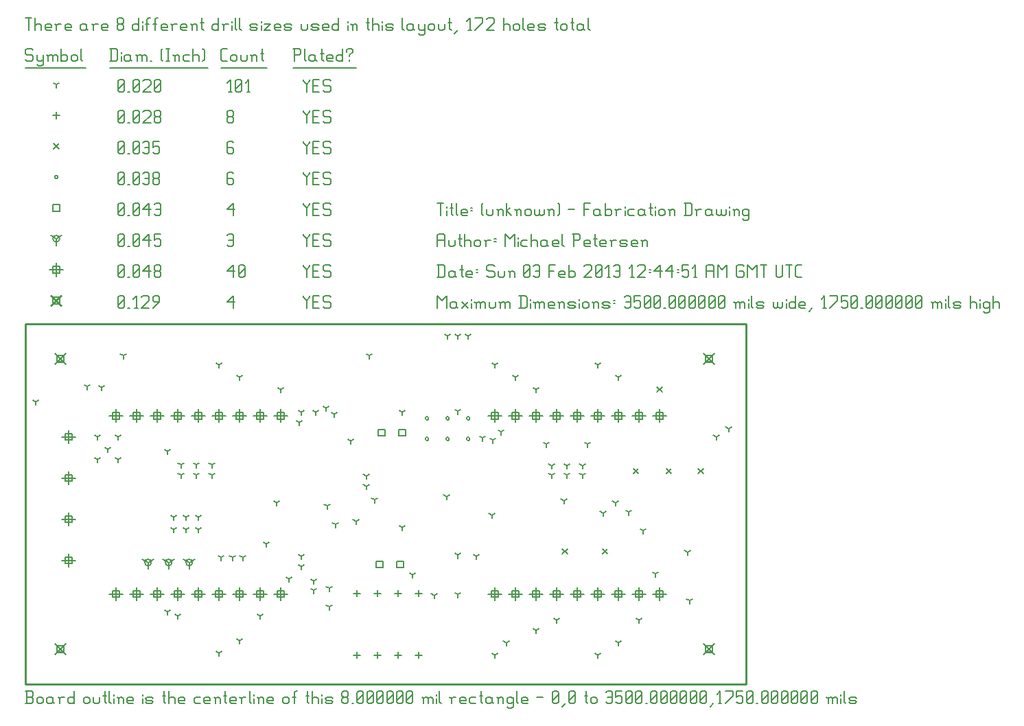
<source format=gbr>
G04 start of page 10 for group -3984 idx -3984 *
G04 Title: (unknown), fab *
G04 Creator: pcb 20110918 *
G04 CreationDate: Sun 03 Feb 2013 12:44:51 AM GMT UTC *
G04 For: petersen *
G04 Format: Gerber/RS-274X *
G04 PCB-Dimensions: 350000 175000 *
G04 PCB-Coordinate-Origin: lower left *
%MOIN*%
%FSLAX25Y25*%
%LNFAB*%
%ADD93C,0.0100*%
%ADD92C,0.0060*%
%ADD91R,0.0080X0.0080*%
%ADD90C,0.0001*%
G54D90*G36*
X14600Y19966D02*X19966Y14600D01*
X19400Y14034D01*
X14034Y19400D01*
X14600Y19966D01*
G37*
G36*
X14034Y14600D02*X19400Y19966D01*
X19966Y19400D01*
X14600Y14034D01*
X14034Y14600D01*
G37*
G54D91*X15400Y18600D02*X18600D01*
X15400D02*Y15400D01*
X18600D01*
Y18600D02*Y15400D01*
G54D90*G36*
X329600Y19966D02*X334966Y14600D01*
X334400Y14034D01*
X329034Y19400D01*
X329600Y19966D01*
G37*
G36*
X329034Y14600D02*X334400Y19966D01*
X334966Y19400D01*
X329600Y14034D01*
X329034Y14600D01*
G37*
G54D91*X330400Y18600D02*X333600D01*
X330400D02*Y15400D01*
X333600D01*
Y18600D02*Y15400D01*
G54D90*G36*
X329600Y160966D02*X334966Y155600D01*
X334400Y155034D01*
X329034Y160400D01*
X329600Y160966D01*
G37*
G36*
X329034Y155600D02*X334400Y160966D01*
X334966Y160400D01*
X329600Y155034D01*
X329034Y155600D01*
G37*
G54D91*X330400Y159600D02*X333600D01*
X330400D02*Y156400D01*
X333600D01*
Y159600D02*Y156400D01*
G54D90*G36*
X14600Y160966D02*X19966Y155600D01*
X19400Y155034D01*
X14034Y160400D01*
X14600Y160966D01*
G37*
G36*
X14034Y155600D02*X19400Y160966D01*
X19966Y160400D01*
X14600Y155034D01*
X14034Y155600D01*
G37*
G54D91*X15400Y159600D02*X18600D01*
X15400D02*Y156400D01*
X18600D01*
Y159600D02*Y156400D01*
G54D90*G36*
X12600Y189216D02*X17966Y183850D01*
X17400Y183284D01*
X12034Y188650D01*
X12600Y189216D01*
G37*
G36*
X12034Y183850D02*X17400Y189216D01*
X17966Y188650D01*
X12600Y183284D01*
X12034Y183850D01*
G37*
G54D91*X13400Y187850D02*X16600D01*
X13400D02*Y184650D01*
X16600D01*
Y187850D02*Y184650D01*
G54D92*X135000Y188500D02*Y187750D01*
X136500Y186250D01*
X138000Y187750D01*
Y188500D02*Y187750D01*
X136500Y186250D02*Y182500D01*
X139800Y185500D02*X142050D01*
X139800Y182500D02*X142800D01*
X139800Y188500D02*Y182500D01*
Y188500D02*X142800D01*
X147600D02*X148350Y187750D01*
X145350Y188500D02*X147600D01*
X144600Y187750D02*X145350Y188500D01*
X144600Y187750D02*Y186250D01*
X145350Y185500D01*
X147600D01*
X148350Y184750D01*
Y183250D01*
X147600Y182500D02*X148350Y183250D01*
X145350Y182500D02*X147600D01*
X144600Y183250D02*X145350Y182500D01*
X98000Y185500D02*X101000Y188500D01*
X98000Y185500D02*X101750D01*
X101000Y188500D02*Y182500D01*
X45000Y183250D02*X45750Y182500D01*
X45000Y187750D02*Y183250D01*
Y187750D02*X45750Y188500D01*
X47250D01*
X48000Y187750D01*
Y183250D01*
X47250Y182500D02*X48000Y183250D01*
X45750Y182500D02*X47250D01*
X45000Y184000D02*X48000Y187000D01*
X49800Y182500D02*X50550D01*
X53100D02*X54600D01*
X53850Y188500D02*Y182500D01*
X52350Y187000D02*X53850Y188500D01*
X56400Y187750D02*X57150Y188500D01*
X59400D01*
X60150Y187750D01*
Y186250D01*
X56400Y182500D02*X60150Y186250D01*
X56400Y182500D02*X60150D01*
X61950D02*X64950Y185500D01*
Y187750D02*Y185500D01*
X64200Y188500D02*X64950Y187750D01*
X62700Y188500D02*X64200D01*
X61950Y187750D02*X62700Y188500D01*
X61950Y187750D02*Y186250D01*
X62700Y185500D01*
X64950D01*
X308000Y46900D02*Y40500D01*
X304800Y43700D02*X311200D01*
X306400Y45300D02*X309600D01*
X306400D02*Y42100D01*
X309600D01*
Y45300D02*Y42100D01*
X298000Y46900D02*Y40500D01*
X294800Y43700D02*X301200D01*
X296400Y45300D02*X299600D01*
X296400D02*Y42100D01*
X299600D01*
Y45300D02*Y42100D01*
X288000Y46900D02*Y40500D01*
X284800Y43700D02*X291200D01*
X286400Y45300D02*X289600D01*
X286400D02*Y42100D01*
X289600D01*
Y45300D02*Y42100D01*
X278000Y46900D02*Y40500D01*
X274800Y43700D02*X281200D01*
X276400Y45300D02*X279600D01*
X276400D02*Y42100D01*
X279600D01*
Y45300D02*Y42100D01*
X268000Y46900D02*Y40500D01*
X264800Y43700D02*X271200D01*
X266400Y45300D02*X269600D01*
X266400D02*Y42100D01*
X269600D01*
Y45300D02*Y42100D01*
X258000Y46900D02*Y40500D01*
X254800Y43700D02*X261200D01*
X256400Y45300D02*X259600D01*
X256400D02*Y42100D01*
X259600D01*
Y45300D02*Y42100D01*
X248000Y46900D02*Y40500D01*
X244800Y43700D02*X251200D01*
X246400Y45300D02*X249600D01*
X246400D02*Y42100D01*
X249600D01*
Y45300D02*Y42100D01*
X238000Y46900D02*Y40500D01*
X234800Y43700D02*X241200D01*
X236400Y45300D02*X239600D01*
X236400D02*Y42100D01*
X239600D01*
Y45300D02*Y42100D01*
X228000Y46900D02*Y40500D01*
X224800Y43700D02*X231200D01*
X226400Y45300D02*X229600D01*
X226400D02*Y42100D01*
X229600D01*
Y45300D02*Y42100D01*
X308000Y133500D02*Y127100D01*
X304800Y130300D02*X311200D01*
X306400Y131900D02*X309600D01*
X306400D02*Y128700D01*
X309600D01*
Y131900D02*Y128700D01*
X298000Y133500D02*Y127100D01*
X294800Y130300D02*X301200D01*
X296400Y131900D02*X299600D01*
X296400D02*Y128700D01*
X299600D01*
Y131900D02*Y128700D01*
X288000Y133500D02*Y127100D01*
X284800Y130300D02*X291200D01*
X286400Y131900D02*X289600D01*
X286400D02*Y128700D01*
X289600D01*
Y131900D02*Y128700D01*
X278000Y133500D02*Y127100D01*
X274800Y130300D02*X281200D01*
X276400Y131900D02*X279600D01*
X276400D02*Y128700D01*
X279600D01*
Y131900D02*Y128700D01*
X268000Y133500D02*Y127100D01*
X264800Y130300D02*X271200D01*
X266400Y131900D02*X269600D01*
X266400D02*Y128700D01*
X269600D01*
Y131900D02*Y128700D01*
X258000Y133500D02*Y127100D01*
X254800Y130300D02*X261200D01*
X256400Y131900D02*X259600D01*
X256400D02*Y128700D01*
X259600D01*
Y131900D02*Y128700D01*
X248000Y133500D02*Y127100D01*
X244800Y130300D02*X251200D01*
X246400Y131900D02*X249600D01*
X246400D02*Y128700D01*
X249600D01*
Y131900D02*Y128700D01*
X238000Y133500D02*Y127100D01*
X234800Y130300D02*X241200D01*
X236400Y131900D02*X239600D01*
X236400D02*Y128700D01*
X239600D01*
Y131900D02*Y128700D01*
X228000Y133500D02*Y127100D01*
X224800Y130300D02*X231200D01*
X226400Y131900D02*X229600D01*
X226400D02*Y128700D01*
X229600D01*
Y131900D02*Y128700D01*
X21000Y123200D02*Y116800D01*
X17800Y120000D02*X24200D01*
X19400Y121600D02*X22600D01*
X19400D02*Y118400D01*
X22600D01*
Y121600D02*Y118400D01*
X21000Y103200D02*Y96800D01*
X17800Y100000D02*X24200D01*
X19400Y101600D02*X22600D01*
X19400D02*Y98400D01*
X22600D01*
Y101600D02*Y98400D01*
X21000Y83200D02*Y76800D01*
X17800Y80000D02*X24200D01*
X19400Y81600D02*X22600D01*
X19400D02*Y78400D01*
X22600D01*
Y81600D02*Y78400D01*
X21000Y63200D02*Y56800D01*
X17800Y60000D02*X24200D01*
X19400Y61600D02*X22600D01*
X19400D02*Y58400D01*
X22600D01*
Y61600D02*Y58400D01*
X124000Y46900D02*Y40500D01*
X120800Y43700D02*X127200D01*
X122400Y45300D02*X125600D01*
X122400D02*Y42100D01*
X125600D01*
Y45300D02*Y42100D01*
X114000Y46900D02*Y40500D01*
X110800Y43700D02*X117200D01*
X112400Y45300D02*X115600D01*
X112400D02*Y42100D01*
X115600D01*
Y45300D02*Y42100D01*
X104000Y46900D02*Y40500D01*
X100800Y43700D02*X107200D01*
X102400Y45300D02*X105600D01*
X102400D02*Y42100D01*
X105600D01*
Y45300D02*Y42100D01*
X94000Y46900D02*Y40500D01*
X90800Y43700D02*X97200D01*
X92400Y45300D02*X95600D01*
X92400D02*Y42100D01*
X95600D01*
Y45300D02*Y42100D01*
X84000Y46900D02*Y40500D01*
X80800Y43700D02*X87200D01*
X82400Y45300D02*X85600D01*
X82400D02*Y42100D01*
X85600D01*
Y45300D02*Y42100D01*
X74000Y46900D02*Y40500D01*
X70800Y43700D02*X77200D01*
X72400Y45300D02*X75600D01*
X72400D02*Y42100D01*
X75600D01*
Y45300D02*Y42100D01*
X64000Y46900D02*Y40500D01*
X60800Y43700D02*X67200D01*
X62400Y45300D02*X65600D01*
X62400D02*Y42100D01*
X65600D01*
Y45300D02*Y42100D01*
X54000Y46900D02*Y40500D01*
X50800Y43700D02*X57200D01*
X52400Y45300D02*X55600D01*
X52400D02*Y42100D01*
X55600D01*
Y45300D02*Y42100D01*
X44000Y46900D02*Y40500D01*
X40800Y43700D02*X47200D01*
X42400Y45300D02*X45600D01*
X42400D02*Y42100D01*
X45600D01*
Y45300D02*Y42100D01*
X124000Y133500D02*Y127100D01*
X120800Y130300D02*X127200D01*
X122400Y131900D02*X125600D01*
X122400D02*Y128700D01*
X125600D01*
Y131900D02*Y128700D01*
X114000Y133500D02*Y127100D01*
X110800Y130300D02*X117200D01*
X112400Y131900D02*X115600D01*
X112400D02*Y128700D01*
X115600D01*
Y131900D02*Y128700D01*
X104000Y133500D02*Y127100D01*
X100800Y130300D02*X107200D01*
X102400Y131900D02*X105600D01*
X102400D02*Y128700D01*
X105600D01*
Y131900D02*Y128700D01*
X94000Y133500D02*Y127100D01*
X90800Y130300D02*X97200D01*
X92400Y131900D02*X95600D01*
X92400D02*Y128700D01*
X95600D01*
Y131900D02*Y128700D01*
X84000Y133500D02*Y127100D01*
X80800Y130300D02*X87200D01*
X82400Y131900D02*X85600D01*
X82400D02*Y128700D01*
X85600D01*
Y131900D02*Y128700D01*
X74000Y133500D02*Y127100D01*
X70800Y130300D02*X77200D01*
X72400Y131900D02*X75600D01*
X72400D02*Y128700D01*
X75600D01*
Y131900D02*Y128700D01*
X64000Y133500D02*Y127100D01*
X60800Y130300D02*X67200D01*
X62400Y131900D02*X65600D01*
X62400D02*Y128700D01*
X65600D01*
Y131900D02*Y128700D01*
X54000Y133500D02*Y127100D01*
X50800Y130300D02*X57200D01*
X52400Y131900D02*X55600D01*
X52400D02*Y128700D01*
X55600D01*
Y131900D02*Y128700D01*
X44000Y133500D02*Y127100D01*
X40800Y130300D02*X47200D01*
X42400Y131900D02*X45600D01*
X42400D02*Y128700D01*
X45600D01*
Y131900D02*Y128700D01*
X15000Y204450D02*Y198050D01*
X11800Y201250D02*X18200D01*
X13400Y202850D02*X16600D01*
X13400D02*Y199650D01*
X16600D01*
Y202850D02*Y199650D01*
X135000Y203500D02*Y202750D01*
X136500Y201250D01*
X138000Y202750D01*
Y203500D02*Y202750D01*
X136500Y201250D02*Y197500D01*
X139800Y200500D02*X142050D01*
X139800Y197500D02*X142800D01*
X139800Y203500D02*Y197500D01*
Y203500D02*X142800D01*
X147600D02*X148350Y202750D01*
X145350Y203500D02*X147600D01*
X144600Y202750D02*X145350Y203500D01*
X144600Y202750D02*Y201250D01*
X145350Y200500D01*
X147600D01*
X148350Y199750D01*
Y198250D01*
X147600Y197500D02*X148350Y198250D01*
X145350Y197500D02*X147600D01*
X144600Y198250D02*X145350Y197500D01*
X98000Y200500D02*X101000Y203500D01*
X98000Y200500D02*X101750D01*
X101000Y203500D02*Y197500D01*
X103550Y198250D02*X104300Y197500D01*
X103550Y202750D02*Y198250D01*
Y202750D02*X104300Y203500D01*
X105800D01*
X106550Y202750D01*
Y198250D01*
X105800Y197500D02*X106550Y198250D01*
X104300Y197500D02*X105800D01*
X103550Y199000D02*X106550Y202000D01*
X45000Y198250D02*X45750Y197500D01*
X45000Y202750D02*Y198250D01*
Y202750D02*X45750Y203500D01*
X47250D01*
X48000Y202750D01*
Y198250D01*
X47250Y197500D02*X48000Y198250D01*
X45750Y197500D02*X47250D01*
X45000Y199000D02*X48000Y202000D01*
X49800Y197500D02*X50550D01*
X52350Y198250D02*X53100Y197500D01*
X52350Y202750D02*Y198250D01*
Y202750D02*X53100Y203500D01*
X54600D01*
X55350Y202750D01*
Y198250D01*
X54600Y197500D02*X55350Y198250D01*
X53100Y197500D02*X54600D01*
X52350Y199000D02*X55350Y202000D01*
X57150Y200500D02*X60150Y203500D01*
X57150Y200500D02*X60900D01*
X60150Y203500D02*Y197500D01*
X62700Y198250D02*X63450Y197500D01*
X62700Y199750D02*Y198250D01*
Y199750D02*X63450Y200500D01*
X64950D01*
X65700Y199750D01*
Y198250D01*
X64950Y197500D02*X65700Y198250D01*
X63450Y197500D02*X64950D01*
X62700Y201250D02*X63450Y200500D01*
X62700Y202750D02*Y201250D01*
Y202750D02*X63450Y203500D01*
X64950D01*
X65700Y202750D01*
Y201250D01*
X64950Y200500D02*X65700Y201250D01*
X79500Y59000D02*Y55800D01*
Y59000D02*X82273Y60600D01*
X79500Y59000D02*X76727Y60600D01*
X77900Y59000D02*G75*G03X81100Y59000I1600J0D01*G01*
G75*G03X77900Y59000I-1600J0D01*G01*
X69500D02*Y55800D01*
Y59000D02*X72273Y60600D01*
X69500Y59000D02*X66727Y60600D01*
X67900Y59000D02*G75*G03X71100Y59000I1600J0D01*G01*
G75*G03X67900Y59000I-1600J0D01*G01*
X59500D02*Y55800D01*
Y59000D02*X62273Y60600D01*
X59500Y59000D02*X56727Y60600D01*
X57900Y59000D02*G75*G03X61100Y59000I1600J0D01*G01*
G75*G03X57900Y59000I-1600J0D01*G01*
X15000Y216250D02*Y213050D01*
Y216250D02*X17773Y217850D01*
X15000Y216250D02*X12227Y217850D01*
X13400Y216250D02*G75*G03X16600Y216250I1600J0D01*G01*
G75*G03X13400Y216250I-1600J0D01*G01*
X135000Y218500D02*Y217750D01*
X136500Y216250D01*
X138000Y217750D01*
Y218500D02*Y217750D01*
X136500Y216250D02*Y212500D01*
X139800Y215500D02*X142050D01*
X139800Y212500D02*X142800D01*
X139800Y218500D02*Y212500D01*
Y218500D02*X142800D01*
X147600D02*X148350Y217750D01*
X145350Y218500D02*X147600D01*
X144600Y217750D02*X145350Y218500D01*
X144600Y217750D02*Y216250D01*
X145350Y215500D01*
X147600D01*
X148350Y214750D01*
Y213250D01*
X147600Y212500D02*X148350Y213250D01*
X145350Y212500D02*X147600D01*
X144600Y213250D02*X145350Y212500D01*
X98000Y217750D02*X98750Y218500D01*
X100250D01*
X101000Y217750D01*
Y213250D01*
X100250Y212500D02*X101000Y213250D01*
X98750Y212500D02*X100250D01*
X98000Y213250D02*X98750Y212500D01*
Y215500D02*X101000D01*
X45000Y213250D02*X45750Y212500D01*
X45000Y217750D02*Y213250D01*
Y217750D02*X45750Y218500D01*
X47250D01*
X48000Y217750D01*
Y213250D01*
X47250Y212500D02*X48000Y213250D01*
X45750Y212500D02*X47250D01*
X45000Y214000D02*X48000Y217000D01*
X49800Y212500D02*X50550D01*
X52350Y213250D02*X53100Y212500D01*
X52350Y217750D02*Y213250D01*
Y217750D02*X53100Y218500D01*
X54600D01*
X55350Y217750D01*
Y213250D01*
X54600Y212500D02*X55350Y213250D01*
X53100Y212500D02*X54600D01*
X52350Y214000D02*X55350Y217000D01*
X57150Y215500D02*X60150Y218500D01*
X57150Y215500D02*X60900D01*
X60150Y218500D02*Y212500D01*
X62700Y218500D02*X65700D01*
X62700D02*Y215500D01*
X63450Y216250D01*
X64950D01*
X65700Y215500D01*
Y213250D01*
X64950Y212500D02*X65700Y213250D01*
X63450Y212500D02*X64950D01*
X62700Y213250D02*X63450Y212500D01*
X171400Y123600D02*X174600D01*
X171400D02*Y120400D01*
X174600D01*
Y123600D02*Y120400D01*
X181400Y123600D02*X184600D01*
X181400D02*Y120400D01*
X184600D01*
Y123600D02*Y120400D01*
X180400Y59600D02*X183600D01*
X180400D02*Y56400D01*
X183600D01*
Y59600D02*Y56400D01*
X170400Y59600D02*X173600D01*
X170400D02*Y56400D01*
X173600D01*
Y59600D02*Y56400D01*
X13400Y232850D02*X16600D01*
X13400D02*Y229650D01*
X16600D01*
Y232850D02*Y229650D01*
X135000Y233500D02*Y232750D01*
X136500Y231250D01*
X138000Y232750D01*
Y233500D02*Y232750D01*
X136500Y231250D02*Y227500D01*
X139800Y230500D02*X142050D01*
X139800Y227500D02*X142800D01*
X139800Y233500D02*Y227500D01*
Y233500D02*X142800D01*
X147600D02*X148350Y232750D01*
X145350Y233500D02*X147600D01*
X144600Y232750D02*X145350Y233500D01*
X144600Y232750D02*Y231250D01*
X145350Y230500D01*
X147600D01*
X148350Y229750D01*
Y228250D01*
X147600Y227500D02*X148350Y228250D01*
X145350Y227500D02*X147600D01*
X144600Y228250D02*X145350Y227500D01*
X98000Y230500D02*X101000Y233500D01*
X98000Y230500D02*X101750D01*
X101000Y233500D02*Y227500D01*
X45000Y228250D02*X45750Y227500D01*
X45000Y232750D02*Y228250D01*
Y232750D02*X45750Y233500D01*
X47250D01*
X48000Y232750D01*
Y228250D01*
X47250Y227500D02*X48000Y228250D01*
X45750Y227500D02*X47250D01*
X45000Y229000D02*X48000Y232000D01*
X49800Y227500D02*X50550D01*
X52350Y228250D02*X53100Y227500D01*
X52350Y232750D02*Y228250D01*
Y232750D02*X53100Y233500D01*
X54600D01*
X55350Y232750D01*
Y228250D01*
X54600Y227500D02*X55350Y228250D01*
X53100Y227500D02*X54600D01*
X52350Y229000D02*X55350Y232000D01*
X57150Y230500D02*X60150Y233500D01*
X57150Y230500D02*X60900D01*
X60150Y233500D02*Y227500D01*
X62700Y232750D02*X63450Y233500D01*
X64950D01*
X65700Y232750D01*
Y228250D01*
X64950Y227500D02*X65700Y228250D01*
X63450Y227500D02*X64950D01*
X62700Y228250D02*X63450Y227500D01*
Y230500D02*X65700D01*
X194200Y119000D02*G75*G03X195800Y119000I800J0D01*G01*
G75*G03X194200Y119000I-800J0D01*G01*
X204200D02*G75*G03X205800Y119000I800J0D01*G01*
G75*G03X204200Y119000I-800J0D01*G01*
X214200D02*G75*G03X215800Y119000I800J0D01*G01*
G75*G03X214200Y119000I-800J0D01*G01*
X194200Y129000D02*G75*G03X195800Y129000I800J0D01*G01*
G75*G03X194200Y129000I-800J0D01*G01*
X204200D02*G75*G03X205800Y129000I800J0D01*G01*
G75*G03X204200Y129000I-800J0D01*G01*
X214200D02*G75*G03X215800Y129000I800J0D01*G01*
G75*G03X214200Y129000I-800J0D01*G01*
X14200Y246250D02*G75*G03X15800Y246250I800J0D01*G01*
G75*G03X14200Y246250I-800J0D01*G01*
X135000Y248500D02*Y247750D01*
X136500Y246250D01*
X138000Y247750D01*
Y248500D02*Y247750D01*
X136500Y246250D02*Y242500D01*
X139800Y245500D02*X142050D01*
X139800Y242500D02*X142800D01*
X139800Y248500D02*Y242500D01*
Y248500D02*X142800D01*
X147600D02*X148350Y247750D01*
X145350Y248500D02*X147600D01*
X144600Y247750D02*X145350Y248500D01*
X144600Y247750D02*Y246250D01*
X145350Y245500D01*
X147600D01*
X148350Y244750D01*
Y243250D01*
X147600Y242500D02*X148350Y243250D01*
X145350Y242500D02*X147600D01*
X144600Y243250D02*X145350Y242500D01*
X100250Y248500D02*X101000Y247750D01*
X98750Y248500D02*X100250D01*
X98000Y247750D02*X98750Y248500D01*
X98000Y247750D02*Y243250D01*
X98750Y242500D01*
X100250Y245500D02*X101000Y244750D01*
X98000Y245500D02*X100250D01*
X98750Y242500D02*X100250D01*
X101000Y243250D01*
Y244750D02*Y243250D01*
X45000D02*X45750Y242500D01*
X45000Y247750D02*Y243250D01*
Y247750D02*X45750Y248500D01*
X47250D01*
X48000Y247750D01*
Y243250D01*
X47250Y242500D02*X48000Y243250D01*
X45750Y242500D02*X47250D01*
X45000Y244000D02*X48000Y247000D01*
X49800Y242500D02*X50550D01*
X52350Y243250D02*X53100Y242500D01*
X52350Y247750D02*Y243250D01*
Y247750D02*X53100Y248500D01*
X54600D01*
X55350Y247750D01*
Y243250D01*
X54600Y242500D02*X55350Y243250D01*
X53100Y242500D02*X54600D01*
X52350Y244000D02*X55350Y247000D01*
X57150Y247750D02*X57900Y248500D01*
X59400D01*
X60150Y247750D01*
Y243250D01*
X59400Y242500D02*X60150Y243250D01*
X57900Y242500D02*X59400D01*
X57150Y243250D02*X57900Y242500D01*
Y245500D02*X60150D01*
X61950Y243250D02*X62700Y242500D01*
X61950Y244750D02*Y243250D01*
Y244750D02*X62700Y245500D01*
X64200D01*
X64950Y244750D01*
Y243250D01*
X64200Y242500D02*X64950Y243250D01*
X62700Y242500D02*X64200D01*
X61950Y246250D02*X62700Y245500D01*
X61950Y247750D02*Y246250D01*
Y247750D02*X62700Y248500D01*
X64200D01*
X64950Y247750D01*
Y246250D01*
X64200Y245500D02*X64950Y246250D01*
X306800Y144200D02*X309200Y141800D01*
X306800D02*X309200Y144200D01*
X295300Y104700D02*X297700Y102300D01*
X295300D02*X297700Y104700D01*
X311300D02*X313700Y102300D01*
X311300D02*X313700Y104700D01*
X326800D02*X329200Y102300D01*
X326800D02*X329200Y104700D01*
X260800Y65700D02*X263200Y63300D01*
X260800D02*X263200Y65700D01*
X280300D02*X282700Y63300D01*
X280300D02*X282700Y65700D01*
X13800Y262450D02*X16200Y260050D01*
X13800D02*X16200Y262450D01*
X135000Y263500D02*Y262750D01*
X136500Y261250D01*
X138000Y262750D01*
Y263500D02*Y262750D01*
X136500Y261250D02*Y257500D01*
X139800Y260500D02*X142050D01*
X139800Y257500D02*X142800D01*
X139800Y263500D02*Y257500D01*
Y263500D02*X142800D01*
X147600D02*X148350Y262750D01*
X145350Y263500D02*X147600D01*
X144600Y262750D02*X145350Y263500D01*
X144600Y262750D02*Y261250D01*
X145350Y260500D01*
X147600D01*
X148350Y259750D01*
Y258250D01*
X147600Y257500D02*X148350Y258250D01*
X145350Y257500D02*X147600D01*
X144600Y258250D02*X145350Y257500D01*
X100250Y263500D02*X101000Y262750D01*
X98750Y263500D02*X100250D01*
X98000Y262750D02*X98750Y263500D01*
X98000Y262750D02*Y258250D01*
X98750Y257500D01*
X100250Y260500D02*X101000Y259750D01*
X98000Y260500D02*X100250D01*
X98750Y257500D02*X100250D01*
X101000Y258250D01*
Y259750D02*Y258250D01*
X45000D02*X45750Y257500D01*
X45000Y262750D02*Y258250D01*
Y262750D02*X45750Y263500D01*
X47250D01*
X48000Y262750D01*
Y258250D01*
X47250Y257500D02*X48000Y258250D01*
X45750Y257500D02*X47250D01*
X45000Y259000D02*X48000Y262000D01*
X49800Y257500D02*X50550D01*
X52350Y258250D02*X53100Y257500D01*
X52350Y262750D02*Y258250D01*
Y262750D02*X53100Y263500D01*
X54600D01*
X55350Y262750D01*
Y258250D01*
X54600Y257500D02*X55350Y258250D01*
X53100Y257500D02*X54600D01*
X52350Y259000D02*X55350Y262000D01*
X57150Y262750D02*X57900Y263500D01*
X59400D01*
X60150Y262750D01*
Y258250D01*
X59400Y257500D02*X60150Y258250D01*
X57900Y257500D02*X59400D01*
X57150Y258250D02*X57900Y257500D01*
Y260500D02*X60150D01*
X61950Y263500D02*X64950D01*
X61950D02*Y260500D01*
X62700Y261250D01*
X64200D01*
X64950Y260500D01*
Y258250D01*
X64200Y257500D02*X64950Y258250D01*
X62700Y257500D02*X64200D01*
X61950Y258250D02*X62700Y257500D01*
X191000Y45600D02*Y42400D01*
X189400Y44000D02*X192600D01*
X181000Y45600D02*Y42400D01*
X179400Y44000D02*X182600D01*
X171000Y45600D02*Y42400D01*
X169400Y44000D02*X172600D01*
X161000Y45600D02*Y42400D01*
X159400Y44000D02*X162600D01*
X161000Y15600D02*Y12400D01*
X159400Y14000D02*X162600D01*
X171000Y15600D02*Y12400D01*
X169400Y14000D02*X172600D01*
X181000Y15600D02*Y12400D01*
X179400Y14000D02*X182600D01*
X191000Y15600D02*Y12400D01*
X189400Y14000D02*X192600D01*
X15000Y277850D02*Y274650D01*
X13400Y276250D02*X16600D01*
X135000Y278500D02*Y277750D01*
X136500Y276250D01*
X138000Y277750D01*
Y278500D02*Y277750D01*
X136500Y276250D02*Y272500D01*
X139800Y275500D02*X142050D01*
X139800Y272500D02*X142800D01*
X139800Y278500D02*Y272500D01*
Y278500D02*X142800D01*
X147600D02*X148350Y277750D01*
X145350Y278500D02*X147600D01*
X144600Y277750D02*X145350Y278500D01*
X144600Y277750D02*Y276250D01*
X145350Y275500D01*
X147600D01*
X148350Y274750D01*
Y273250D01*
X147600Y272500D02*X148350Y273250D01*
X145350Y272500D02*X147600D01*
X144600Y273250D02*X145350Y272500D01*
X98000Y273250D02*X98750Y272500D01*
X98000Y274750D02*Y273250D01*
Y274750D02*X98750Y275500D01*
X100250D01*
X101000Y274750D01*
Y273250D01*
X100250Y272500D02*X101000Y273250D01*
X98750Y272500D02*X100250D01*
X98000Y276250D02*X98750Y275500D01*
X98000Y277750D02*Y276250D01*
Y277750D02*X98750Y278500D01*
X100250D01*
X101000Y277750D01*
Y276250D01*
X100250Y275500D02*X101000Y276250D01*
X45000Y273250D02*X45750Y272500D01*
X45000Y277750D02*Y273250D01*
Y277750D02*X45750Y278500D01*
X47250D01*
X48000Y277750D01*
Y273250D01*
X47250Y272500D02*X48000Y273250D01*
X45750Y272500D02*X47250D01*
X45000Y274000D02*X48000Y277000D01*
X49800Y272500D02*X50550D01*
X52350Y273250D02*X53100Y272500D01*
X52350Y277750D02*Y273250D01*
Y277750D02*X53100Y278500D01*
X54600D01*
X55350Y277750D01*
Y273250D01*
X54600Y272500D02*X55350Y273250D01*
X53100Y272500D02*X54600D01*
X52350Y274000D02*X55350Y277000D01*
X57150Y277750D02*X57900Y278500D01*
X60150D01*
X60900Y277750D01*
Y276250D01*
X57150Y272500D02*X60900Y276250D01*
X57150Y272500D02*X60900D01*
X62700Y273250D02*X63450Y272500D01*
X62700Y274750D02*Y273250D01*
Y274750D02*X63450Y275500D01*
X64950D01*
X65700Y274750D01*
Y273250D01*
X64950Y272500D02*X65700Y273250D01*
X63450Y272500D02*X64950D01*
X62700Y276250D02*X63450Y275500D01*
X62700Y277750D02*Y276250D01*
Y277750D02*X63450Y278500D01*
X64950D01*
X65700Y277750D01*
Y276250D01*
X64950Y275500D02*X65700Y276250D01*
X210000Y43394D02*Y41794D01*
Y43394D02*X211387Y44194D01*
X210000Y43394D02*X208613Y44194D01*
X210000Y62606D02*Y61006D01*
Y62606D02*X211387Y63406D01*
X210000Y62606D02*X208613Y63406D01*
X270500Y106000D02*Y104400D01*
Y106000D02*X271887Y106800D01*
X270500Y106000D02*X269113Y106800D01*
X255500Y106000D02*Y104400D01*
Y106000D02*X256887Y106800D01*
X255500Y106000D02*X254113Y106800D01*
X263000Y106000D02*Y104400D01*
Y106000D02*X264387Y106800D01*
X263000Y106000D02*X261613Y106800D01*
X270500Y101500D02*Y99900D01*
Y101500D02*X271887Y102300D01*
X270500Y101500D02*X269113Y102300D01*
X255500Y101500D02*Y99900D01*
Y101500D02*X256887Y102300D01*
X255500Y101500D02*X254113Y102300D01*
X263000Y101500D02*Y99900D01*
Y101500D02*X264387Y102300D01*
X263000Y101500D02*X261613Y102300D01*
X35000Y120000D02*Y118400D01*
Y120000D02*X36387Y120800D01*
X35000Y120000D02*X33613Y120800D01*
X35000Y109000D02*Y107400D01*
Y109000D02*X36387Y109800D01*
X35000Y109000D02*X33613Y109800D01*
X45000Y120000D02*Y118400D01*
Y120000D02*X46387Y120800D01*
X45000Y120000D02*X43613Y120800D01*
X45000Y109000D02*Y107400D01*
Y109000D02*X46387Y109800D01*
X45000Y109000D02*X43613Y109800D01*
X40000Y114000D02*Y112400D01*
Y114000D02*X41387Y114800D01*
X40000Y114000D02*X38613Y114800D01*
X90500Y106500D02*Y104900D01*
Y106500D02*X91887Y107300D01*
X90500Y106500D02*X89113Y107300D01*
X75500Y106500D02*Y104900D01*
Y106500D02*X76887Y107300D01*
X75500Y106500D02*X74113Y107300D01*
X83000Y106500D02*Y104900D01*
Y106500D02*X84387Y107300D01*
X83000Y106500D02*X81613Y107300D01*
X90500Y101500D02*Y99900D01*
Y101500D02*X91887Y102300D01*
X90500Y101500D02*X89113Y102300D01*
X75500Y101500D02*Y99900D01*
Y101500D02*X76887Y102300D01*
X75500Y101500D02*X74113Y102300D01*
X83000Y101500D02*Y99900D01*
Y101500D02*X84387Y102300D01*
X83000Y101500D02*X81613Y102300D01*
X84000Y81000D02*Y79400D01*
Y81000D02*X85387Y81800D01*
X84000Y81000D02*X82613Y81800D01*
X84000Y75000D02*Y73400D01*
Y75000D02*X85387Y75800D01*
X84000Y75000D02*X82613Y75800D01*
X78000Y75000D02*Y73400D01*
Y75000D02*X79387Y75800D01*
X78000Y75000D02*X76613Y75800D01*
X72000Y75000D02*Y73400D01*
Y75000D02*X73387Y75800D01*
X72000Y75000D02*X70613Y75800D01*
X72000Y81000D02*Y79400D01*
Y81000D02*X73387Y81800D01*
X72000Y81000D02*X70613Y81800D01*
X78000Y81000D02*Y79400D01*
Y81000D02*X79387Y81800D01*
X78000Y81000D02*X76613Y81800D01*
X150500Y77500D02*Y75900D01*
Y77500D02*X151887Y78300D01*
X150500Y77500D02*X149113Y78300D01*
X165500Y101000D02*Y99400D01*
Y101000D02*X166887Y101800D01*
X165500Y101000D02*X164113Y101800D01*
X165500Y96000D02*Y94400D01*
Y96000D02*X166887Y96800D01*
X165500Y96000D02*X164113Y96800D01*
X160500Y79000D02*Y77400D01*
Y79000D02*X161887Y79800D01*
X160500Y79000D02*X159113Y79800D01*
X188000Y53000D02*Y51400D01*
Y53000D02*X189387Y53800D01*
X188000Y53000D02*X186613Y53800D01*
X253000Y116500D02*Y114900D01*
Y116500D02*X254387Y117300D01*
X253000Y116500D02*X251613Y117300D01*
X146000Y134000D02*Y132400D01*
Y134000D02*X147387Y134800D01*
X146000Y134000D02*X144613Y134800D01*
X141000Y132000D02*Y130400D01*
Y132000D02*X142387Y132800D01*
X141000Y132000D02*X139613Y132800D01*
X140000Y50000D02*Y48400D01*
Y50000D02*X141387Y50800D01*
X140000Y50000D02*X138613Y50800D01*
X140000Y45500D02*Y43900D01*
Y45500D02*X141387Y46300D01*
X140000Y45500D02*X138613Y46300D01*
X134000Y62000D02*Y60400D01*
Y62000D02*X135387Y62800D01*
X134000Y62000D02*X132613Y62800D01*
X134000Y57000D02*Y55400D01*
Y57000D02*X135387Y57800D01*
X134000Y57000D02*X132613Y57800D01*
X95000Y61500D02*Y59900D01*
Y61500D02*X96387Y62300D01*
X95000Y61500D02*X93613Y62300D01*
X100500Y61500D02*Y59900D01*
Y61500D02*X101887Y62300D01*
X100500Y61500D02*X99113Y62300D01*
X105500Y61500D02*Y59900D01*
Y61500D02*X106887Y62300D01*
X105500Y61500D02*X104113Y62300D01*
X69000Y113000D02*Y111400D01*
Y113000D02*X70387Y113800D01*
X69000Y113000D02*X67613Y113800D01*
X133000Y127000D02*Y125400D01*
Y127000D02*X134387Y127800D01*
X133000Y127000D02*X131613Y127800D01*
X117000Y68000D02*Y66400D01*
Y68000D02*X118387Y68800D01*
X117000Y68000D02*X115613Y68800D01*
X122000Y88000D02*Y86400D01*
Y88000D02*X123387Y88800D01*
X122000Y88000D02*X120613Y88800D01*
X158000Y118000D02*Y116400D01*
Y118000D02*X159387Y118800D01*
X158000Y118000D02*X156613Y118800D01*
X150000Y131000D02*Y129400D01*
Y131000D02*X151387Y131800D01*
X150000Y131000D02*X148613Y131800D01*
X167000Y159500D02*Y157900D01*
Y159500D02*X168387Y160300D01*
X167000Y159500D02*X165613Y160300D01*
X215000Y169000D02*Y167400D01*
Y169000D02*X216387Y169800D01*
X215000Y169000D02*X213613Y169800D01*
X210000Y169000D02*Y167400D01*
Y169000D02*X211387Y169800D01*
X210000Y169000D02*X208613Y169800D01*
X205000Y169000D02*Y167400D01*
Y169000D02*X206387Y169800D01*
X205000Y169000D02*X203613Y169800D01*
X183000Y132000D02*Y130400D01*
Y132000D02*X184387Y132800D01*
X183000Y132000D02*X181613Y132800D01*
X210000Y132500D02*Y130900D01*
Y132500D02*X211387Y133300D01*
X210000Y132500D02*X208613Y133300D01*
X128000Y51000D02*Y49400D01*
Y51000D02*X129387Y51800D01*
X128000Y51000D02*X126613Y51800D01*
X134000Y132000D02*Y130400D01*
Y132000D02*X135387Y132800D01*
X134000Y132000D02*X132613Y132800D01*
X183000Y76000D02*Y74400D01*
Y76000D02*X184387Y76800D01*
X183000Y76000D02*X181613Y76800D01*
X273000Y116500D02*Y114900D01*
Y116500D02*X274387Y117300D01*
X273000Y116500D02*X271613Y117300D01*
X226500Y82000D02*Y80400D01*
Y82000D02*X227887Y82800D01*
X226500Y82000D02*X225113Y82800D01*
X222000Y119500D02*Y117900D01*
Y119500D02*X223387Y120300D01*
X222000Y119500D02*X220613Y120300D01*
X227000Y118500D02*Y116900D01*
Y118500D02*X228387Y119300D01*
X227000Y118500D02*X225613Y119300D01*
X231000Y122500D02*Y120900D01*
Y122500D02*X232387Y123300D01*
X231000Y122500D02*X229613Y123300D01*
X341500Y124000D02*Y122400D01*
Y124000D02*X342887Y124800D01*
X341500Y124000D02*X340113Y124800D01*
X335500Y120000D02*Y118400D01*
Y120000D02*X336887Y120800D01*
X335500Y120000D02*X334113Y120800D01*
X321500Y64000D02*Y62400D01*
Y64000D02*X322887Y64800D01*
X321500Y64000D02*X320113Y64800D01*
X204500Y91000D02*Y89400D01*
Y91000D02*X205887Y91800D01*
X204500Y91000D02*X203113Y91800D01*
X280500Y83000D02*Y81400D01*
Y83000D02*X281887Y83800D01*
X280500Y83000D02*X279113Y83800D01*
X261500Y89000D02*Y87400D01*
Y89000D02*X262887Y89800D01*
X261500Y89000D02*X260113Y89800D01*
X286500Y88000D02*Y86400D01*
Y88000D02*X287887Y88800D01*
X286500Y88000D02*X285113Y88800D01*
X146500Y86500D02*Y84900D01*
Y86500D02*X147887Y87300D01*
X146500Y86500D02*X145113Y87300D01*
X147500Y46500D02*Y44900D01*
Y46500D02*X148887Y47300D01*
X147500Y46500D02*X146113Y47300D01*
X147500Y37500D02*Y35900D01*
Y37500D02*X148887Y38300D01*
X147500Y37500D02*X146113Y38300D01*
X293000Y83500D02*Y81900D01*
Y83500D02*X294387Y84300D01*
X293000Y83500D02*X291613Y84300D01*
X300000Y74500D02*Y72900D01*
Y74500D02*X301387Y75300D01*
X300000Y74500D02*X298613Y75300D01*
X198500Y43000D02*Y41400D01*
Y43000D02*X199887Y43800D01*
X198500Y43000D02*X197113Y43800D01*
X169500Y89500D02*Y87900D01*
Y89500D02*X170887Y90300D01*
X169500Y89500D02*X168113Y90300D01*
X228000Y14000D02*Y12400D01*
Y14000D02*X229387Y14800D01*
X228000Y14000D02*X226613Y14800D01*
X278000Y14000D02*Y12400D01*
Y14000D02*X279387Y14800D01*
X278000Y14000D02*X276613Y14800D01*
X288000Y20000D02*Y18400D01*
Y20000D02*X289387Y20800D01*
X288000Y20000D02*X286613Y20800D01*
X258000Y31000D02*Y29400D01*
Y31000D02*X259387Y31800D01*
X258000Y31000D02*X256613Y31800D01*
X219000Y62000D02*Y60400D01*
Y62000D02*X220387Y62800D01*
X219000Y62000D02*X217613Y62800D01*
X306000Y53500D02*Y51900D01*
Y53500D02*X307387Y54300D01*
X306000Y53500D02*X304613Y54300D01*
X114000Y33000D02*Y31400D01*
Y33000D02*X115387Y33800D01*
X114000Y33000D02*X112613Y33800D01*
X104000Y21000D02*Y19400D01*
Y21000D02*X105387Y21800D01*
X104000Y21000D02*X102613Y21800D01*
X94000Y15000D02*Y13400D01*
Y15000D02*X95387Y15800D01*
X94000Y15000D02*X92613Y15800D01*
X74000Y33000D02*Y31400D01*
Y33000D02*X75387Y33800D01*
X74000Y33000D02*X72613Y33800D01*
X69000Y35000D02*Y33400D01*
Y35000D02*X70387Y35800D01*
X69000Y35000D02*X67613Y35800D01*
X5000Y137000D02*Y135400D01*
Y137000D02*X6387Y137800D01*
X5000Y137000D02*X3613Y137800D01*
X47500Y159500D02*Y157900D01*
Y159500D02*X48887Y160300D01*
X47500Y159500D02*X46113Y160300D01*
X30000Y144500D02*Y142900D01*
Y144500D02*X31387Y145300D01*
X30000Y144500D02*X28613Y145300D01*
X37000Y144000D02*Y142400D01*
Y144000D02*X38387Y144800D01*
X37000Y144000D02*X35613Y144800D01*
X228000Y155000D02*Y153400D01*
Y155000D02*X229387Y155800D01*
X228000Y155000D02*X226613Y155800D01*
X238000Y149000D02*Y147400D01*
Y149000D02*X239387Y149800D01*
X238000Y149000D02*X236613Y149800D01*
X248000Y143000D02*Y141400D01*
Y143000D02*X249387Y143800D01*
X248000Y143000D02*X246613Y143800D01*
X288000Y149000D02*Y147400D01*
Y149000D02*X289387Y149800D01*
X288000Y149000D02*X286613Y149800D01*
X278000Y155000D02*Y153400D01*
Y155000D02*X279387Y155800D01*
X278000Y155000D02*X276613Y155800D01*
X94000Y155000D02*Y153400D01*
Y155000D02*X95387Y155800D01*
X94000Y155000D02*X92613Y155800D01*
X104000Y149000D02*Y147400D01*
Y149000D02*X105387Y149800D01*
X104000Y149000D02*X102613Y149800D01*
X124000Y143000D02*Y141400D01*
Y143000D02*X125387Y143800D01*
X124000Y143000D02*X122613Y143800D01*
X233500Y20000D02*Y18400D01*
Y20000D02*X234887Y20800D01*
X233500Y20000D02*X232113Y20800D01*
X248000Y26000D02*Y24400D01*
Y26000D02*X249387Y26800D01*
X248000Y26000D02*X246613Y26800D01*
X298000Y31000D02*Y29400D01*
Y31000D02*X299387Y31800D01*
X298000Y31000D02*X296613Y31800D01*
X322500Y40500D02*Y38900D01*
Y40500D02*X323887Y41300D01*
X322500Y40500D02*X321113Y41300D01*
X15000Y291250D02*Y289650D01*
Y291250D02*X16387Y292050D01*
X15000Y291250D02*X13613Y292050D01*
X135000Y293500D02*Y292750D01*
X136500Y291250D01*
X138000Y292750D01*
Y293500D02*Y292750D01*
X136500Y291250D02*Y287500D01*
X139800Y290500D02*X142050D01*
X139800Y287500D02*X142800D01*
X139800Y293500D02*Y287500D01*
Y293500D02*X142800D01*
X147600D02*X148350Y292750D01*
X145350Y293500D02*X147600D01*
X144600Y292750D02*X145350Y293500D01*
X144600Y292750D02*Y291250D01*
X145350Y290500D01*
X147600D01*
X148350Y289750D01*
Y288250D01*
X147600Y287500D02*X148350Y288250D01*
X145350Y287500D02*X147600D01*
X144600Y288250D02*X145350Y287500D01*
X98750D02*X100250D01*
X99500Y293500D02*Y287500D01*
X98000Y292000D02*X99500Y293500D01*
X102050Y288250D02*X102800Y287500D01*
X102050Y292750D02*Y288250D01*
Y292750D02*X102800Y293500D01*
X104300D01*
X105050Y292750D01*
Y288250D01*
X104300Y287500D02*X105050Y288250D01*
X102800Y287500D02*X104300D01*
X102050Y289000D02*X105050Y292000D01*
X107600Y287500D02*X109100D01*
X108350Y293500D02*Y287500D01*
X106850Y292000D02*X108350Y293500D01*
X45000Y288250D02*X45750Y287500D01*
X45000Y292750D02*Y288250D01*
Y292750D02*X45750Y293500D01*
X47250D01*
X48000Y292750D01*
Y288250D01*
X47250Y287500D02*X48000Y288250D01*
X45750Y287500D02*X47250D01*
X45000Y289000D02*X48000Y292000D01*
X49800Y287500D02*X50550D01*
X52350Y288250D02*X53100Y287500D01*
X52350Y292750D02*Y288250D01*
Y292750D02*X53100Y293500D01*
X54600D01*
X55350Y292750D01*
Y288250D01*
X54600Y287500D02*X55350Y288250D01*
X53100Y287500D02*X54600D01*
X52350Y289000D02*X55350Y292000D01*
X57150Y292750D02*X57900Y293500D01*
X60150D01*
X60900Y292750D01*
Y291250D01*
X57150Y287500D02*X60900Y291250D01*
X57150Y287500D02*X60900D01*
X62700Y288250D02*X63450Y287500D01*
X62700Y292750D02*Y288250D01*
Y292750D02*X63450Y293500D01*
X64950D01*
X65700Y292750D01*
Y288250D01*
X64950Y287500D02*X65700Y288250D01*
X63450Y287500D02*X64950D01*
X62700Y289000D02*X65700Y292000D01*
X3000Y308500D02*X3750Y307750D01*
X750Y308500D02*X3000D01*
X0Y307750D02*X750Y308500D01*
X0Y307750D02*Y306250D01*
X750Y305500D01*
X3000D01*
X3750Y304750D01*
Y303250D01*
X3000Y302500D02*X3750Y303250D01*
X750Y302500D02*X3000D01*
X0Y303250D02*X750Y302500D01*
X5550Y305500D02*Y303250D01*
X6300Y302500D01*
X8550Y305500D02*Y301000D01*
X7800Y300250D02*X8550Y301000D01*
X6300Y300250D02*X7800D01*
X5550Y301000D02*X6300Y300250D01*
Y302500D02*X7800D01*
X8550Y303250D01*
X11100Y304750D02*Y302500D01*
Y304750D02*X11850Y305500D01*
X12600D01*
X13350Y304750D01*
Y302500D01*
Y304750D02*X14100Y305500D01*
X14850D01*
X15600Y304750D01*
Y302500D01*
X10350Y305500D02*X11100Y304750D01*
X17400Y308500D02*Y302500D01*
Y303250D02*X18150Y302500D01*
X19650D01*
X20400Y303250D01*
Y304750D02*Y303250D01*
X19650Y305500D02*X20400Y304750D01*
X18150Y305500D02*X19650D01*
X17400Y304750D02*X18150Y305500D01*
X22200Y304750D02*Y303250D01*
Y304750D02*X22950Y305500D01*
X24450D01*
X25200Y304750D01*
Y303250D01*
X24450Y302500D02*X25200Y303250D01*
X22950Y302500D02*X24450D01*
X22200Y303250D02*X22950Y302500D01*
X27000Y308500D02*Y303250D01*
X27750Y302500D01*
X0Y299250D02*X29250D01*
X41750Y308500D02*Y302500D01*
X44000Y308500D02*X44750Y307750D01*
Y303250D01*
X44000Y302500D02*X44750Y303250D01*
X41000Y302500D02*X44000D01*
X41000Y308500D02*X44000D01*
X46550Y307000D02*Y306250D01*
Y304750D02*Y302500D01*
X50300Y305500D02*X51050Y304750D01*
X48800Y305500D02*X50300D01*
X48050Y304750D02*X48800Y305500D01*
X48050Y304750D02*Y303250D01*
X48800Y302500D01*
X51050Y305500D02*Y303250D01*
X51800Y302500D01*
X48800D02*X50300D01*
X51050Y303250D01*
X54350Y304750D02*Y302500D01*
Y304750D02*X55100Y305500D01*
X55850D01*
X56600Y304750D01*
Y302500D01*
Y304750D02*X57350Y305500D01*
X58100D01*
X58850Y304750D01*
Y302500D01*
X53600Y305500D02*X54350Y304750D01*
X60650Y302500D02*X61400D01*
X65900Y303250D02*X66650Y302500D01*
X65900Y307750D02*X66650Y308500D01*
X65900Y307750D02*Y303250D01*
X68450Y308500D02*X69950D01*
X69200D02*Y302500D01*
X68450D02*X69950D01*
X72500Y304750D02*Y302500D01*
Y304750D02*X73250Y305500D01*
X74000D01*
X74750Y304750D01*
Y302500D01*
X71750Y305500D02*X72500Y304750D01*
X77300Y305500D02*X79550D01*
X76550Y304750D02*X77300Y305500D01*
X76550Y304750D02*Y303250D01*
X77300Y302500D01*
X79550D01*
X81350Y308500D02*Y302500D01*
Y304750D02*X82100Y305500D01*
X83600D01*
X84350Y304750D01*
Y302500D01*
X86150Y308500D02*X86900Y307750D01*
Y303250D01*
X86150Y302500D02*X86900Y303250D01*
X41000Y299250D02*X88700D01*
X95750Y302500D02*X98000D01*
X95000Y303250D02*X95750Y302500D01*
X95000Y307750D02*Y303250D01*
Y307750D02*X95750Y308500D01*
X98000D01*
X99800Y304750D02*Y303250D01*
Y304750D02*X100550Y305500D01*
X102050D01*
X102800Y304750D01*
Y303250D01*
X102050Y302500D02*X102800Y303250D01*
X100550Y302500D02*X102050D01*
X99800Y303250D02*X100550Y302500D01*
X104600Y305500D02*Y303250D01*
X105350Y302500D01*
X106850D01*
X107600Y303250D01*
Y305500D02*Y303250D01*
X110150Y304750D02*Y302500D01*
Y304750D02*X110900Y305500D01*
X111650D01*
X112400Y304750D01*
Y302500D01*
X109400Y305500D02*X110150Y304750D01*
X114950Y308500D02*Y303250D01*
X115700Y302500D01*
X114200Y306250D02*X115700D01*
X95000Y299250D02*X117200D01*
X130750Y308500D02*Y302500D01*
X130000Y308500D02*X133000D01*
X133750Y307750D01*
Y306250D01*
X133000Y305500D02*X133750Y306250D01*
X130750Y305500D02*X133000D01*
X135550Y308500D02*Y303250D01*
X136300Y302500D01*
X140050Y305500D02*X140800Y304750D01*
X138550Y305500D02*X140050D01*
X137800Y304750D02*X138550Y305500D01*
X137800Y304750D02*Y303250D01*
X138550Y302500D01*
X140800Y305500D02*Y303250D01*
X141550Y302500D01*
X138550D02*X140050D01*
X140800Y303250D01*
X144100Y308500D02*Y303250D01*
X144850Y302500D01*
X143350Y306250D02*X144850D01*
X147100Y302500D02*X149350D01*
X146350Y303250D02*X147100Y302500D01*
X146350Y304750D02*Y303250D01*
Y304750D02*X147100Y305500D01*
X148600D01*
X149350Y304750D01*
X146350Y304000D02*X149350D01*
Y304750D02*Y304000D01*
X154150Y308500D02*Y302500D01*
X153400D02*X154150Y303250D01*
X151900Y302500D02*X153400D01*
X151150Y303250D02*X151900Y302500D01*
X151150Y304750D02*Y303250D01*
Y304750D02*X151900Y305500D01*
X153400D01*
X154150Y304750D01*
X157450Y305500D02*Y304750D01*
Y303250D02*Y302500D01*
X155950Y307750D02*Y307000D01*
Y307750D02*X156700Y308500D01*
X158200D01*
X158950Y307750D01*
Y307000D01*
X157450Y305500D02*X158950Y307000D01*
X130000Y299250D02*X160750D01*
X0Y323500D02*X3000D01*
X1500D02*Y317500D01*
X4800Y323500D02*Y317500D01*
Y319750D02*X5550Y320500D01*
X7050D01*
X7800Y319750D01*
Y317500D01*
X10350D02*X12600D01*
X9600Y318250D02*X10350Y317500D01*
X9600Y319750D02*Y318250D01*
Y319750D02*X10350Y320500D01*
X11850D01*
X12600Y319750D01*
X9600Y319000D02*X12600D01*
Y319750D02*Y319000D01*
X15150Y319750D02*Y317500D01*
Y319750D02*X15900Y320500D01*
X17400D01*
X14400D02*X15150Y319750D01*
X19950Y317500D02*X22200D01*
X19200Y318250D02*X19950Y317500D01*
X19200Y319750D02*Y318250D01*
Y319750D02*X19950Y320500D01*
X21450D01*
X22200Y319750D01*
X19200Y319000D02*X22200D01*
Y319750D02*Y319000D01*
X28950Y320500D02*X29700Y319750D01*
X27450Y320500D02*X28950D01*
X26700Y319750D02*X27450Y320500D01*
X26700Y319750D02*Y318250D01*
X27450Y317500D01*
X29700Y320500D02*Y318250D01*
X30450Y317500D01*
X27450D02*X28950D01*
X29700Y318250D01*
X33000Y319750D02*Y317500D01*
Y319750D02*X33750Y320500D01*
X35250D01*
X32250D02*X33000Y319750D01*
X37800Y317500D02*X40050D01*
X37050Y318250D02*X37800Y317500D01*
X37050Y319750D02*Y318250D01*
Y319750D02*X37800Y320500D01*
X39300D01*
X40050Y319750D01*
X37050Y319000D02*X40050D01*
Y319750D02*Y319000D01*
X44550Y318250D02*X45300Y317500D01*
X44550Y319750D02*Y318250D01*
Y319750D02*X45300Y320500D01*
X46800D01*
X47550Y319750D01*
Y318250D01*
X46800Y317500D02*X47550Y318250D01*
X45300Y317500D02*X46800D01*
X44550Y321250D02*X45300Y320500D01*
X44550Y322750D02*Y321250D01*
Y322750D02*X45300Y323500D01*
X46800D01*
X47550Y322750D01*
Y321250D01*
X46800Y320500D02*X47550Y321250D01*
X55050Y323500D02*Y317500D01*
X54300D02*X55050Y318250D01*
X52800Y317500D02*X54300D01*
X52050Y318250D02*X52800Y317500D01*
X52050Y319750D02*Y318250D01*
Y319750D02*X52800Y320500D01*
X54300D01*
X55050Y319750D01*
X56850Y322000D02*Y321250D01*
Y319750D02*Y317500D01*
X59100Y322750D02*Y317500D01*
Y322750D02*X59850Y323500D01*
X60600D01*
X58350Y320500D02*X59850D01*
X62850Y322750D02*Y317500D01*
Y322750D02*X63600Y323500D01*
X64350D01*
X62100Y320500D02*X63600D01*
X66600Y317500D02*X68850D01*
X65850Y318250D02*X66600Y317500D01*
X65850Y319750D02*Y318250D01*
Y319750D02*X66600Y320500D01*
X68100D01*
X68850Y319750D01*
X65850Y319000D02*X68850D01*
Y319750D02*Y319000D01*
X71400Y319750D02*Y317500D01*
Y319750D02*X72150Y320500D01*
X73650D01*
X70650D02*X71400Y319750D01*
X76200Y317500D02*X78450D01*
X75450Y318250D02*X76200Y317500D01*
X75450Y319750D02*Y318250D01*
Y319750D02*X76200Y320500D01*
X77700D01*
X78450Y319750D01*
X75450Y319000D02*X78450D01*
Y319750D02*Y319000D01*
X81000Y319750D02*Y317500D01*
Y319750D02*X81750Y320500D01*
X82500D01*
X83250Y319750D01*
Y317500D01*
X80250Y320500D02*X81000Y319750D01*
X85800Y323500D02*Y318250D01*
X86550Y317500D01*
X85050Y321250D02*X86550D01*
X93750Y323500D02*Y317500D01*
X93000D02*X93750Y318250D01*
X91500Y317500D02*X93000D01*
X90750Y318250D02*X91500Y317500D01*
X90750Y319750D02*Y318250D01*
Y319750D02*X91500Y320500D01*
X93000D01*
X93750Y319750D01*
X96300D02*Y317500D01*
Y319750D02*X97050Y320500D01*
X98550D01*
X95550D02*X96300Y319750D01*
X100350Y322000D02*Y321250D01*
Y319750D02*Y317500D01*
X101850Y323500D02*Y318250D01*
X102600Y317500D01*
X104100Y323500D02*Y318250D01*
X104850Y317500D01*
X109800D02*X112050D01*
X112800Y318250D01*
X112050Y319000D02*X112800Y318250D01*
X109800Y319000D02*X112050D01*
X109050Y319750D02*X109800Y319000D01*
X109050Y319750D02*X109800Y320500D01*
X112050D01*
X112800Y319750D01*
X109050Y318250D02*X109800Y317500D01*
X114600Y322000D02*Y321250D01*
Y319750D02*Y317500D01*
X116100Y320500D02*X119100D01*
X116100Y317500D02*X119100Y320500D01*
X116100Y317500D02*X119100D01*
X121650D02*X123900D01*
X120900Y318250D02*X121650Y317500D01*
X120900Y319750D02*Y318250D01*
Y319750D02*X121650Y320500D01*
X123150D01*
X123900Y319750D01*
X120900Y319000D02*X123900D01*
Y319750D02*Y319000D01*
X126450Y317500D02*X128700D01*
X129450Y318250D01*
X128700Y319000D02*X129450Y318250D01*
X126450Y319000D02*X128700D01*
X125700Y319750D02*X126450Y319000D01*
X125700Y319750D02*X126450Y320500D01*
X128700D01*
X129450Y319750D01*
X125700Y318250D02*X126450Y317500D01*
X133950Y320500D02*Y318250D01*
X134700Y317500D01*
X136200D01*
X136950Y318250D01*
Y320500D02*Y318250D01*
X139500Y317500D02*X141750D01*
X142500Y318250D01*
X141750Y319000D02*X142500Y318250D01*
X139500Y319000D02*X141750D01*
X138750Y319750D02*X139500Y319000D01*
X138750Y319750D02*X139500Y320500D01*
X141750D01*
X142500Y319750D01*
X138750Y318250D02*X139500Y317500D01*
X145050D02*X147300D01*
X144300Y318250D02*X145050Y317500D01*
X144300Y319750D02*Y318250D01*
Y319750D02*X145050Y320500D01*
X146550D01*
X147300Y319750D01*
X144300Y319000D02*X147300D01*
Y319750D02*Y319000D01*
X152100Y323500D02*Y317500D01*
X151350D02*X152100Y318250D01*
X149850Y317500D02*X151350D01*
X149100Y318250D02*X149850Y317500D01*
X149100Y319750D02*Y318250D01*
Y319750D02*X149850Y320500D01*
X151350D01*
X152100Y319750D01*
X156600Y322000D02*Y321250D01*
Y319750D02*Y317500D01*
X158850Y319750D02*Y317500D01*
Y319750D02*X159600Y320500D01*
X160350D01*
X161100Y319750D01*
Y317500D01*
X158100Y320500D02*X158850Y319750D01*
X166350Y323500D02*Y318250D01*
X167100Y317500D01*
X165600Y321250D02*X167100D01*
X168600Y323500D02*Y317500D01*
Y319750D02*X169350Y320500D01*
X170850D01*
X171600Y319750D01*
Y317500D01*
X173400Y322000D02*Y321250D01*
Y319750D02*Y317500D01*
X175650D02*X177900D01*
X178650Y318250D01*
X177900Y319000D02*X178650Y318250D01*
X175650Y319000D02*X177900D01*
X174900Y319750D02*X175650Y319000D01*
X174900Y319750D02*X175650Y320500D01*
X177900D01*
X178650Y319750D01*
X174900Y318250D02*X175650Y317500D01*
X183150Y323500D02*Y318250D01*
X183900Y317500D01*
X187650Y320500D02*X188400Y319750D01*
X186150Y320500D02*X187650D01*
X185400Y319750D02*X186150Y320500D01*
X185400Y319750D02*Y318250D01*
X186150Y317500D01*
X188400Y320500D02*Y318250D01*
X189150Y317500D01*
X186150D02*X187650D01*
X188400Y318250D01*
X190950Y320500D02*Y318250D01*
X191700Y317500D01*
X193950Y320500D02*Y316000D01*
X193200Y315250D02*X193950Y316000D01*
X191700Y315250D02*X193200D01*
X190950Y316000D02*X191700Y315250D01*
Y317500D02*X193200D01*
X193950Y318250D01*
X195750Y319750D02*Y318250D01*
Y319750D02*X196500Y320500D01*
X198000D01*
X198750Y319750D01*
Y318250D01*
X198000Y317500D02*X198750Y318250D01*
X196500Y317500D02*X198000D01*
X195750Y318250D02*X196500Y317500D01*
X200550Y320500D02*Y318250D01*
X201300Y317500D01*
X202800D01*
X203550Y318250D01*
Y320500D02*Y318250D01*
X206100Y323500D02*Y318250D01*
X206850Y317500D01*
X205350Y321250D02*X206850D01*
X208350Y316000D02*X209850Y317500D01*
X215100D02*X216600D01*
X215850Y323500D02*Y317500D01*
X214350Y322000D02*X215850Y323500D01*
X218400Y317500D02*X222150Y321250D01*
Y323500D02*Y321250D01*
X218400Y323500D02*X222150D01*
X223950Y322750D02*X224700Y323500D01*
X226950D01*
X227700Y322750D01*
Y321250D01*
X223950Y317500D02*X227700Y321250D01*
X223950Y317500D02*X227700D01*
X232200Y323500D02*Y317500D01*
Y319750D02*X232950Y320500D01*
X234450D01*
X235200Y319750D01*
Y317500D01*
X237000Y319750D02*Y318250D01*
Y319750D02*X237750Y320500D01*
X239250D01*
X240000Y319750D01*
Y318250D01*
X239250Y317500D02*X240000Y318250D01*
X237750Y317500D02*X239250D01*
X237000Y318250D02*X237750Y317500D01*
X241800Y323500D02*Y318250D01*
X242550Y317500D01*
X244800D02*X247050D01*
X244050Y318250D02*X244800Y317500D01*
X244050Y319750D02*Y318250D01*
Y319750D02*X244800Y320500D01*
X246300D01*
X247050Y319750D01*
X244050Y319000D02*X247050D01*
Y319750D02*Y319000D01*
X249600Y317500D02*X251850D01*
X252600Y318250D01*
X251850Y319000D02*X252600Y318250D01*
X249600Y319000D02*X251850D01*
X248850Y319750D02*X249600Y319000D01*
X248850Y319750D02*X249600Y320500D01*
X251850D01*
X252600Y319750D01*
X248850Y318250D02*X249600Y317500D01*
X257850Y323500D02*Y318250D01*
X258600Y317500D01*
X257100Y321250D02*X258600D01*
X260100Y319750D02*Y318250D01*
Y319750D02*X260850Y320500D01*
X262350D01*
X263100Y319750D01*
Y318250D01*
X262350Y317500D02*X263100Y318250D01*
X260850Y317500D02*X262350D01*
X260100Y318250D02*X260850Y317500D01*
X265650Y323500D02*Y318250D01*
X266400Y317500D01*
X264900Y321250D02*X266400D01*
X270150Y320500D02*X270900Y319750D01*
X268650Y320500D02*X270150D01*
X267900Y319750D02*X268650Y320500D01*
X267900Y319750D02*Y318250D01*
X268650Y317500D01*
X270900Y320500D02*Y318250D01*
X271650Y317500D01*
X268650D02*X270150D01*
X270900Y318250D01*
X273450Y323500D02*Y318250D01*
X274200Y317500D01*
G54D93*X0Y175000D02*X350000D01*
X0D02*Y0D01*
X350000Y175000D02*Y0D01*
X0D02*X350000D01*
G54D92*X200000Y188500D02*Y182500D01*
Y188500D02*X202250Y186250D01*
X204500Y188500D01*
Y182500D01*
X208550Y185500D02*X209300Y184750D01*
X207050Y185500D02*X208550D01*
X206300Y184750D02*X207050Y185500D01*
X206300Y184750D02*Y183250D01*
X207050Y182500D01*
X209300Y185500D02*Y183250D01*
X210050Y182500D01*
X207050D02*X208550D01*
X209300Y183250D01*
X211850Y185500D02*X214850Y182500D01*
X211850D02*X214850Y185500D01*
X216650Y187000D02*Y186250D01*
Y184750D02*Y182500D01*
X218900Y184750D02*Y182500D01*
Y184750D02*X219650Y185500D01*
X220400D01*
X221150Y184750D01*
Y182500D01*
Y184750D02*X221900Y185500D01*
X222650D01*
X223400Y184750D01*
Y182500D01*
X218150Y185500D02*X218900Y184750D01*
X225200Y185500D02*Y183250D01*
X225950Y182500D01*
X227450D01*
X228200Y183250D01*
Y185500D02*Y183250D01*
X230750Y184750D02*Y182500D01*
Y184750D02*X231500Y185500D01*
X232250D01*
X233000Y184750D01*
Y182500D01*
Y184750D02*X233750Y185500D01*
X234500D01*
X235250Y184750D01*
Y182500D01*
X230000Y185500D02*X230750Y184750D01*
X240500Y188500D02*Y182500D01*
X242750Y188500D02*X243500Y187750D01*
Y183250D01*
X242750Y182500D02*X243500Y183250D01*
X239750Y182500D02*X242750D01*
X239750Y188500D02*X242750D01*
X245300Y187000D02*Y186250D01*
Y184750D02*Y182500D01*
X247550Y184750D02*Y182500D01*
Y184750D02*X248300Y185500D01*
X249050D01*
X249800Y184750D01*
Y182500D01*
Y184750D02*X250550Y185500D01*
X251300D01*
X252050Y184750D01*
Y182500D01*
X246800Y185500D02*X247550Y184750D01*
X254600Y182500D02*X256850D01*
X253850Y183250D02*X254600Y182500D01*
X253850Y184750D02*Y183250D01*
Y184750D02*X254600Y185500D01*
X256100D01*
X256850Y184750D01*
X253850Y184000D02*X256850D01*
Y184750D02*Y184000D01*
X259400Y184750D02*Y182500D01*
Y184750D02*X260150Y185500D01*
X260900D01*
X261650Y184750D01*
Y182500D01*
X258650Y185500D02*X259400Y184750D01*
X264200Y182500D02*X266450D01*
X267200Y183250D01*
X266450Y184000D02*X267200Y183250D01*
X264200Y184000D02*X266450D01*
X263450Y184750D02*X264200Y184000D01*
X263450Y184750D02*X264200Y185500D01*
X266450D01*
X267200Y184750D01*
X263450Y183250D02*X264200Y182500D01*
X269000Y187000D02*Y186250D01*
Y184750D02*Y182500D01*
X270500Y184750D02*Y183250D01*
Y184750D02*X271250Y185500D01*
X272750D01*
X273500Y184750D01*
Y183250D01*
X272750Y182500D02*X273500Y183250D01*
X271250Y182500D02*X272750D01*
X270500Y183250D02*X271250Y182500D01*
X276050Y184750D02*Y182500D01*
Y184750D02*X276800Y185500D01*
X277550D01*
X278300Y184750D01*
Y182500D01*
X275300Y185500D02*X276050Y184750D01*
X280850Y182500D02*X283100D01*
X283850Y183250D01*
X283100Y184000D02*X283850Y183250D01*
X280850Y184000D02*X283100D01*
X280100Y184750D02*X280850Y184000D01*
X280100Y184750D02*X280850Y185500D01*
X283100D01*
X283850Y184750D01*
X280100Y183250D02*X280850Y182500D01*
X285650Y186250D02*X286400D01*
X285650Y184750D02*X286400D01*
X290900Y187750D02*X291650Y188500D01*
X293150D01*
X293900Y187750D01*
Y183250D01*
X293150Y182500D02*X293900Y183250D01*
X291650Y182500D02*X293150D01*
X290900Y183250D02*X291650Y182500D01*
Y185500D02*X293900D01*
X295700Y188500D02*X298700D01*
X295700D02*Y185500D01*
X296450Y186250D01*
X297950D01*
X298700Y185500D01*
Y183250D01*
X297950Y182500D02*X298700Y183250D01*
X296450Y182500D02*X297950D01*
X295700Y183250D02*X296450Y182500D01*
X300500Y183250D02*X301250Y182500D01*
X300500Y187750D02*Y183250D01*
Y187750D02*X301250Y188500D01*
X302750D01*
X303500Y187750D01*
Y183250D01*
X302750Y182500D02*X303500Y183250D01*
X301250Y182500D02*X302750D01*
X300500Y184000D02*X303500Y187000D01*
X305300Y183250D02*X306050Y182500D01*
X305300Y187750D02*Y183250D01*
Y187750D02*X306050Y188500D01*
X307550D01*
X308300Y187750D01*
Y183250D01*
X307550Y182500D02*X308300Y183250D01*
X306050Y182500D02*X307550D01*
X305300Y184000D02*X308300Y187000D01*
X310100Y182500D02*X310850D01*
X312650Y183250D02*X313400Y182500D01*
X312650Y187750D02*Y183250D01*
Y187750D02*X313400Y188500D01*
X314900D01*
X315650Y187750D01*
Y183250D01*
X314900Y182500D02*X315650Y183250D01*
X313400Y182500D02*X314900D01*
X312650Y184000D02*X315650Y187000D01*
X317450Y183250D02*X318200Y182500D01*
X317450Y187750D02*Y183250D01*
Y187750D02*X318200Y188500D01*
X319700D01*
X320450Y187750D01*
Y183250D01*
X319700Y182500D02*X320450Y183250D01*
X318200Y182500D02*X319700D01*
X317450Y184000D02*X320450Y187000D01*
X322250Y183250D02*X323000Y182500D01*
X322250Y187750D02*Y183250D01*
Y187750D02*X323000Y188500D01*
X324500D01*
X325250Y187750D01*
Y183250D01*
X324500Y182500D02*X325250Y183250D01*
X323000Y182500D02*X324500D01*
X322250Y184000D02*X325250Y187000D01*
X327050Y183250D02*X327800Y182500D01*
X327050Y187750D02*Y183250D01*
Y187750D02*X327800Y188500D01*
X329300D01*
X330050Y187750D01*
Y183250D01*
X329300Y182500D02*X330050Y183250D01*
X327800Y182500D02*X329300D01*
X327050Y184000D02*X330050Y187000D01*
X331850Y183250D02*X332600Y182500D01*
X331850Y187750D02*Y183250D01*
Y187750D02*X332600Y188500D01*
X334100D01*
X334850Y187750D01*
Y183250D01*
X334100Y182500D02*X334850Y183250D01*
X332600Y182500D02*X334100D01*
X331850Y184000D02*X334850Y187000D01*
X336650Y183250D02*X337400Y182500D01*
X336650Y187750D02*Y183250D01*
Y187750D02*X337400Y188500D01*
X338900D01*
X339650Y187750D01*
Y183250D01*
X338900Y182500D02*X339650Y183250D01*
X337400Y182500D02*X338900D01*
X336650Y184000D02*X339650Y187000D01*
X344900Y184750D02*Y182500D01*
Y184750D02*X345650Y185500D01*
X346400D01*
X347150Y184750D01*
Y182500D01*
Y184750D02*X347900Y185500D01*
X348650D01*
X349400Y184750D01*
Y182500D01*
X344150Y185500D02*X344900Y184750D01*
X351200Y187000D02*Y186250D01*
Y184750D02*Y182500D01*
X352700Y188500D02*Y183250D01*
X353450Y182500D01*
X355700D02*X357950D01*
X358700Y183250D01*
X357950Y184000D02*X358700Y183250D01*
X355700Y184000D02*X357950D01*
X354950Y184750D02*X355700Y184000D01*
X354950Y184750D02*X355700Y185500D01*
X357950D01*
X358700Y184750D01*
X354950Y183250D02*X355700Y182500D01*
X363200Y185500D02*Y183250D01*
X363950Y182500D01*
X364700D01*
X365450Y183250D01*
Y185500D02*Y183250D01*
X366200Y182500D01*
X366950D01*
X367700Y183250D01*
Y185500D02*Y183250D01*
X369500Y187000D02*Y186250D01*
Y184750D02*Y182500D01*
X374000Y188500D02*Y182500D01*
X373250D02*X374000Y183250D01*
X371750Y182500D02*X373250D01*
X371000Y183250D02*X371750Y182500D01*
X371000Y184750D02*Y183250D01*
Y184750D02*X371750Y185500D01*
X373250D01*
X374000Y184750D01*
X376550Y182500D02*X378800D01*
X375800Y183250D02*X376550Y182500D01*
X375800Y184750D02*Y183250D01*
Y184750D02*X376550Y185500D01*
X378050D01*
X378800Y184750D01*
X375800Y184000D02*X378800D01*
Y184750D02*Y184000D01*
X380600Y181000D02*X382100Y182500D01*
X387350D02*X388850D01*
X388100Y188500D02*Y182500D01*
X386600Y187000D02*X388100Y188500D01*
X390650Y182500D02*X394400Y186250D01*
Y188500D02*Y186250D01*
X390650Y188500D02*X394400D01*
X396200D02*X399200D01*
X396200D02*Y185500D01*
X396950Y186250D01*
X398450D01*
X399200Y185500D01*
Y183250D01*
X398450Y182500D02*X399200Y183250D01*
X396950Y182500D02*X398450D01*
X396200Y183250D02*X396950Y182500D01*
X401000Y183250D02*X401750Y182500D01*
X401000Y187750D02*Y183250D01*
Y187750D02*X401750Y188500D01*
X403250D01*
X404000Y187750D01*
Y183250D01*
X403250Y182500D02*X404000Y183250D01*
X401750Y182500D02*X403250D01*
X401000Y184000D02*X404000Y187000D01*
X405800Y182500D02*X406550D01*
X408350Y183250D02*X409100Y182500D01*
X408350Y187750D02*Y183250D01*
Y187750D02*X409100Y188500D01*
X410600D01*
X411350Y187750D01*
Y183250D01*
X410600Y182500D02*X411350Y183250D01*
X409100Y182500D02*X410600D01*
X408350Y184000D02*X411350Y187000D01*
X413150Y183250D02*X413900Y182500D01*
X413150Y187750D02*Y183250D01*
Y187750D02*X413900Y188500D01*
X415400D01*
X416150Y187750D01*
Y183250D01*
X415400Y182500D02*X416150Y183250D01*
X413900Y182500D02*X415400D01*
X413150Y184000D02*X416150Y187000D01*
X417950Y183250D02*X418700Y182500D01*
X417950Y187750D02*Y183250D01*
Y187750D02*X418700Y188500D01*
X420200D01*
X420950Y187750D01*
Y183250D01*
X420200Y182500D02*X420950Y183250D01*
X418700Y182500D02*X420200D01*
X417950Y184000D02*X420950Y187000D01*
X422750Y183250D02*X423500Y182500D01*
X422750Y187750D02*Y183250D01*
Y187750D02*X423500Y188500D01*
X425000D01*
X425750Y187750D01*
Y183250D01*
X425000Y182500D02*X425750Y183250D01*
X423500Y182500D02*X425000D01*
X422750Y184000D02*X425750Y187000D01*
X427550Y183250D02*X428300Y182500D01*
X427550Y187750D02*Y183250D01*
Y187750D02*X428300Y188500D01*
X429800D01*
X430550Y187750D01*
Y183250D01*
X429800Y182500D02*X430550Y183250D01*
X428300Y182500D02*X429800D01*
X427550Y184000D02*X430550Y187000D01*
X432350Y183250D02*X433100Y182500D01*
X432350Y187750D02*Y183250D01*
Y187750D02*X433100Y188500D01*
X434600D01*
X435350Y187750D01*
Y183250D01*
X434600Y182500D02*X435350Y183250D01*
X433100Y182500D02*X434600D01*
X432350Y184000D02*X435350Y187000D01*
X440600Y184750D02*Y182500D01*
Y184750D02*X441350Y185500D01*
X442100D01*
X442850Y184750D01*
Y182500D01*
Y184750D02*X443600Y185500D01*
X444350D01*
X445100Y184750D01*
Y182500D01*
X439850Y185500D02*X440600Y184750D01*
X446900Y187000D02*Y186250D01*
Y184750D02*Y182500D01*
X448400Y188500D02*Y183250D01*
X449150Y182500D01*
X451400D02*X453650D01*
X454400Y183250D01*
X453650Y184000D02*X454400Y183250D01*
X451400Y184000D02*X453650D01*
X450650Y184750D02*X451400Y184000D01*
X450650Y184750D02*X451400Y185500D01*
X453650D01*
X454400Y184750D01*
X450650Y183250D02*X451400Y182500D01*
X458900Y188500D02*Y182500D01*
Y184750D02*X459650Y185500D01*
X461150D01*
X461900Y184750D01*
Y182500D01*
X463700Y187000D02*Y186250D01*
Y184750D02*Y182500D01*
X467450Y185500D02*X468200Y184750D01*
X465950Y185500D02*X467450D01*
X465200Y184750D02*X465950Y185500D01*
X465200Y184750D02*Y183250D01*
X465950Y182500D01*
X467450D01*
X468200Y183250D01*
X465200Y181000D02*X465950Y180250D01*
X467450D01*
X468200Y181000D01*
Y185500D02*Y181000D01*
X470000Y188500D02*Y182500D01*
Y184750D02*X470750Y185500D01*
X472250D01*
X473000Y184750D01*
Y182500D01*
X0Y-9500D02*X3000D01*
X3750Y-8750D01*
Y-7250D02*Y-8750D01*
X3000Y-6500D02*X3750Y-7250D01*
X750Y-6500D02*X3000D01*
X750Y-3500D02*Y-9500D01*
X0Y-3500D02*X3000D01*
X3750Y-4250D01*
Y-5750D01*
X3000Y-6500D02*X3750Y-5750D01*
X5550Y-7250D02*Y-8750D01*
Y-7250D02*X6300Y-6500D01*
X7800D01*
X8550Y-7250D01*
Y-8750D01*
X7800Y-9500D02*X8550Y-8750D01*
X6300Y-9500D02*X7800D01*
X5550Y-8750D02*X6300Y-9500D01*
X12600Y-6500D02*X13350Y-7250D01*
X11100Y-6500D02*X12600D01*
X10350Y-7250D02*X11100Y-6500D01*
X10350Y-7250D02*Y-8750D01*
X11100Y-9500D01*
X13350Y-6500D02*Y-8750D01*
X14100Y-9500D01*
X11100D02*X12600D01*
X13350Y-8750D01*
X16650Y-7250D02*Y-9500D01*
Y-7250D02*X17400Y-6500D01*
X18900D01*
X15900D02*X16650Y-7250D01*
X23700Y-3500D02*Y-9500D01*
X22950D02*X23700Y-8750D01*
X21450Y-9500D02*X22950D01*
X20700Y-8750D02*X21450Y-9500D01*
X20700Y-7250D02*Y-8750D01*
Y-7250D02*X21450Y-6500D01*
X22950D01*
X23700Y-7250D01*
X28200D02*Y-8750D01*
Y-7250D02*X28950Y-6500D01*
X30450D01*
X31200Y-7250D01*
Y-8750D01*
X30450Y-9500D02*X31200Y-8750D01*
X28950Y-9500D02*X30450D01*
X28200Y-8750D02*X28950Y-9500D01*
X33000Y-6500D02*Y-8750D01*
X33750Y-9500D01*
X35250D01*
X36000Y-8750D01*
Y-6500D02*Y-8750D01*
X38550Y-3500D02*Y-8750D01*
X39300Y-9500D01*
X37800Y-5750D02*X39300D01*
X40800Y-3500D02*Y-8750D01*
X41550Y-9500D01*
X43050Y-5000D02*Y-5750D01*
Y-7250D02*Y-9500D01*
X45300Y-7250D02*Y-9500D01*
Y-7250D02*X46050Y-6500D01*
X46800D01*
X47550Y-7250D01*
Y-9500D01*
X44550Y-6500D02*X45300Y-7250D01*
X50100Y-9500D02*X52350D01*
X49350Y-8750D02*X50100Y-9500D01*
X49350Y-7250D02*Y-8750D01*
Y-7250D02*X50100Y-6500D01*
X51600D01*
X52350Y-7250D01*
X49350Y-8000D02*X52350D01*
Y-7250D02*Y-8000D01*
X56850Y-5000D02*Y-5750D01*
Y-7250D02*Y-9500D01*
X59100D02*X61350D01*
X62100Y-8750D01*
X61350Y-8000D02*X62100Y-8750D01*
X59100Y-8000D02*X61350D01*
X58350Y-7250D02*X59100Y-8000D01*
X58350Y-7250D02*X59100Y-6500D01*
X61350D01*
X62100Y-7250D01*
X58350Y-8750D02*X59100Y-9500D01*
X67350Y-3500D02*Y-8750D01*
X68100Y-9500D01*
X66600Y-5750D02*X68100D01*
X69600Y-3500D02*Y-9500D01*
Y-7250D02*X70350Y-6500D01*
X71850D01*
X72600Y-7250D01*
Y-9500D01*
X75150D02*X77400D01*
X74400Y-8750D02*X75150Y-9500D01*
X74400Y-7250D02*Y-8750D01*
Y-7250D02*X75150Y-6500D01*
X76650D01*
X77400Y-7250D01*
X74400Y-8000D02*X77400D01*
Y-7250D02*Y-8000D01*
X82650Y-6500D02*X84900D01*
X81900Y-7250D02*X82650Y-6500D01*
X81900Y-7250D02*Y-8750D01*
X82650Y-9500D01*
X84900D01*
X87450D02*X89700D01*
X86700Y-8750D02*X87450Y-9500D01*
X86700Y-7250D02*Y-8750D01*
Y-7250D02*X87450Y-6500D01*
X88950D01*
X89700Y-7250D01*
X86700Y-8000D02*X89700D01*
Y-7250D02*Y-8000D01*
X92250Y-7250D02*Y-9500D01*
Y-7250D02*X93000Y-6500D01*
X93750D01*
X94500Y-7250D01*
Y-9500D01*
X91500Y-6500D02*X92250Y-7250D01*
X97050Y-3500D02*Y-8750D01*
X97800Y-9500D01*
X96300Y-5750D02*X97800D01*
X100050Y-9500D02*X102300D01*
X99300Y-8750D02*X100050Y-9500D01*
X99300Y-7250D02*Y-8750D01*
Y-7250D02*X100050Y-6500D01*
X101550D01*
X102300Y-7250D01*
X99300Y-8000D02*X102300D01*
Y-7250D02*Y-8000D01*
X104850Y-7250D02*Y-9500D01*
Y-7250D02*X105600Y-6500D01*
X107100D01*
X104100D02*X104850Y-7250D01*
X108900Y-3500D02*Y-8750D01*
X109650Y-9500D01*
X111150Y-5000D02*Y-5750D01*
Y-7250D02*Y-9500D01*
X113400Y-7250D02*Y-9500D01*
Y-7250D02*X114150Y-6500D01*
X114900D01*
X115650Y-7250D01*
Y-9500D01*
X112650Y-6500D02*X113400Y-7250D01*
X118200Y-9500D02*X120450D01*
X117450Y-8750D02*X118200Y-9500D01*
X117450Y-7250D02*Y-8750D01*
Y-7250D02*X118200Y-6500D01*
X119700D01*
X120450Y-7250D01*
X117450Y-8000D02*X120450D01*
Y-7250D02*Y-8000D01*
X124950Y-7250D02*Y-8750D01*
Y-7250D02*X125700Y-6500D01*
X127200D01*
X127950Y-7250D01*
Y-8750D01*
X127200Y-9500D02*X127950Y-8750D01*
X125700Y-9500D02*X127200D01*
X124950Y-8750D02*X125700Y-9500D01*
X130500Y-4250D02*Y-9500D01*
Y-4250D02*X131250Y-3500D01*
X132000D01*
X129750Y-6500D02*X131250D01*
X136950Y-3500D02*Y-8750D01*
X137700Y-9500D01*
X136200Y-5750D02*X137700D01*
X139200Y-3500D02*Y-9500D01*
Y-7250D02*X139950Y-6500D01*
X141450D01*
X142200Y-7250D01*
Y-9500D01*
X144000Y-5000D02*Y-5750D01*
Y-7250D02*Y-9500D01*
X146250D02*X148500D01*
X149250Y-8750D01*
X148500Y-8000D02*X149250Y-8750D01*
X146250Y-8000D02*X148500D01*
X145500Y-7250D02*X146250Y-8000D01*
X145500Y-7250D02*X146250Y-6500D01*
X148500D01*
X149250Y-7250D01*
X145500Y-8750D02*X146250Y-9500D01*
X153750Y-8750D02*X154500Y-9500D01*
X153750Y-7250D02*Y-8750D01*
Y-7250D02*X154500Y-6500D01*
X156000D01*
X156750Y-7250D01*
Y-8750D01*
X156000Y-9500D02*X156750Y-8750D01*
X154500Y-9500D02*X156000D01*
X153750Y-5750D02*X154500Y-6500D01*
X153750Y-4250D02*Y-5750D01*
Y-4250D02*X154500Y-3500D01*
X156000D01*
X156750Y-4250D01*
Y-5750D01*
X156000Y-6500D02*X156750Y-5750D01*
X158550Y-9500D02*X159300D01*
X161100Y-8750D02*X161850Y-9500D01*
X161100Y-4250D02*Y-8750D01*
Y-4250D02*X161850Y-3500D01*
X163350D01*
X164100Y-4250D01*
Y-8750D01*
X163350Y-9500D02*X164100Y-8750D01*
X161850Y-9500D02*X163350D01*
X161100Y-8000D02*X164100Y-5000D01*
X165900Y-8750D02*X166650Y-9500D01*
X165900Y-4250D02*Y-8750D01*
Y-4250D02*X166650Y-3500D01*
X168150D01*
X168900Y-4250D01*
Y-8750D01*
X168150Y-9500D02*X168900Y-8750D01*
X166650Y-9500D02*X168150D01*
X165900Y-8000D02*X168900Y-5000D01*
X170700Y-8750D02*X171450Y-9500D01*
X170700Y-4250D02*Y-8750D01*
Y-4250D02*X171450Y-3500D01*
X172950D01*
X173700Y-4250D01*
Y-8750D01*
X172950Y-9500D02*X173700Y-8750D01*
X171450Y-9500D02*X172950D01*
X170700Y-8000D02*X173700Y-5000D01*
X175500Y-8750D02*X176250Y-9500D01*
X175500Y-4250D02*Y-8750D01*
Y-4250D02*X176250Y-3500D01*
X177750D01*
X178500Y-4250D01*
Y-8750D01*
X177750Y-9500D02*X178500Y-8750D01*
X176250Y-9500D02*X177750D01*
X175500Y-8000D02*X178500Y-5000D01*
X180300Y-8750D02*X181050Y-9500D01*
X180300Y-4250D02*Y-8750D01*
Y-4250D02*X181050Y-3500D01*
X182550D01*
X183300Y-4250D01*
Y-8750D01*
X182550Y-9500D02*X183300Y-8750D01*
X181050Y-9500D02*X182550D01*
X180300Y-8000D02*X183300Y-5000D01*
X185100Y-8750D02*X185850Y-9500D01*
X185100Y-4250D02*Y-8750D01*
Y-4250D02*X185850Y-3500D01*
X187350D01*
X188100Y-4250D01*
Y-8750D01*
X187350Y-9500D02*X188100Y-8750D01*
X185850Y-9500D02*X187350D01*
X185100Y-8000D02*X188100Y-5000D01*
X193350Y-7250D02*Y-9500D01*
Y-7250D02*X194100Y-6500D01*
X194850D01*
X195600Y-7250D01*
Y-9500D01*
Y-7250D02*X196350Y-6500D01*
X197100D01*
X197850Y-7250D01*
Y-9500D01*
X192600Y-6500D02*X193350Y-7250D01*
X199650Y-5000D02*Y-5750D01*
Y-7250D02*Y-9500D01*
X201150Y-3500D02*Y-8750D01*
X201900Y-9500D01*
X206850Y-7250D02*Y-9500D01*
Y-7250D02*X207600Y-6500D01*
X209100D01*
X206100D02*X206850Y-7250D01*
X211650Y-9500D02*X213900D01*
X210900Y-8750D02*X211650Y-9500D01*
X210900Y-7250D02*Y-8750D01*
Y-7250D02*X211650Y-6500D01*
X213150D01*
X213900Y-7250D01*
X210900Y-8000D02*X213900D01*
Y-7250D02*Y-8000D01*
X216450Y-6500D02*X218700D01*
X215700Y-7250D02*X216450Y-6500D01*
X215700Y-7250D02*Y-8750D01*
X216450Y-9500D01*
X218700D01*
X221250Y-3500D02*Y-8750D01*
X222000Y-9500D01*
X220500Y-5750D02*X222000D01*
X225750Y-6500D02*X226500Y-7250D01*
X224250Y-6500D02*X225750D01*
X223500Y-7250D02*X224250Y-6500D01*
X223500Y-7250D02*Y-8750D01*
X224250Y-9500D01*
X226500Y-6500D02*Y-8750D01*
X227250Y-9500D01*
X224250D02*X225750D01*
X226500Y-8750D01*
X229800Y-7250D02*Y-9500D01*
Y-7250D02*X230550Y-6500D01*
X231300D01*
X232050Y-7250D01*
Y-9500D01*
X229050Y-6500D02*X229800Y-7250D01*
X236100Y-6500D02*X236850Y-7250D01*
X234600Y-6500D02*X236100D01*
X233850Y-7250D02*X234600Y-6500D01*
X233850Y-7250D02*Y-8750D01*
X234600Y-9500D01*
X236100D01*
X236850Y-8750D01*
X233850Y-11000D02*X234600Y-11750D01*
X236100D01*
X236850Y-11000D01*
Y-6500D02*Y-11000D01*
X238650Y-3500D02*Y-8750D01*
X239400Y-9500D01*
X241650D02*X243900D01*
X240900Y-8750D02*X241650Y-9500D01*
X240900Y-7250D02*Y-8750D01*
Y-7250D02*X241650Y-6500D01*
X243150D01*
X243900Y-7250D01*
X240900Y-8000D02*X243900D01*
Y-7250D02*Y-8000D01*
X248400Y-6500D02*X251400D01*
X255900Y-8750D02*X256650Y-9500D01*
X255900Y-4250D02*Y-8750D01*
Y-4250D02*X256650Y-3500D01*
X258150D01*
X258900Y-4250D01*
Y-8750D01*
X258150Y-9500D02*X258900Y-8750D01*
X256650Y-9500D02*X258150D01*
X255900Y-8000D02*X258900Y-5000D01*
X260700Y-11000D02*X262200Y-9500D01*
X264000Y-8750D02*X264750Y-9500D01*
X264000Y-4250D02*Y-8750D01*
Y-4250D02*X264750Y-3500D01*
X266250D01*
X267000Y-4250D01*
Y-8750D01*
X266250Y-9500D02*X267000Y-8750D01*
X264750Y-9500D02*X266250D01*
X264000Y-8000D02*X267000Y-5000D01*
X272250Y-3500D02*Y-8750D01*
X273000Y-9500D01*
X271500Y-5750D02*X273000D01*
X274500Y-7250D02*Y-8750D01*
Y-7250D02*X275250Y-6500D01*
X276750D01*
X277500Y-7250D01*
Y-8750D01*
X276750Y-9500D02*X277500Y-8750D01*
X275250Y-9500D02*X276750D01*
X274500Y-8750D02*X275250Y-9500D01*
X282000Y-4250D02*X282750Y-3500D01*
X284250D01*
X285000Y-4250D01*
Y-8750D01*
X284250Y-9500D02*X285000Y-8750D01*
X282750Y-9500D02*X284250D01*
X282000Y-8750D02*X282750Y-9500D01*
Y-6500D02*X285000D01*
X286800Y-3500D02*X289800D01*
X286800D02*Y-6500D01*
X287550Y-5750D01*
X289050D01*
X289800Y-6500D01*
Y-8750D01*
X289050Y-9500D02*X289800Y-8750D01*
X287550Y-9500D02*X289050D01*
X286800Y-8750D02*X287550Y-9500D01*
X291600Y-8750D02*X292350Y-9500D01*
X291600Y-4250D02*Y-8750D01*
Y-4250D02*X292350Y-3500D01*
X293850D01*
X294600Y-4250D01*
Y-8750D01*
X293850Y-9500D02*X294600Y-8750D01*
X292350Y-9500D02*X293850D01*
X291600Y-8000D02*X294600Y-5000D01*
X296400Y-8750D02*X297150Y-9500D01*
X296400Y-4250D02*Y-8750D01*
Y-4250D02*X297150Y-3500D01*
X298650D01*
X299400Y-4250D01*
Y-8750D01*
X298650Y-9500D02*X299400Y-8750D01*
X297150Y-9500D02*X298650D01*
X296400Y-8000D02*X299400Y-5000D01*
X301200Y-9500D02*X301950D01*
X303750Y-8750D02*X304500Y-9500D01*
X303750Y-4250D02*Y-8750D01*
Y-4250D02*X304500Y-3500D01*
X306000D01*
X306750Y-4250D01*
Y-8750D01*
X306000Y-9500D02*X306750Y-8750D01*
X304500Y-9500D02*X306000D01*
X303750Y-8000D02*X306750Y-5000D01*
X308550Y-8750D02*X309300Y-9500D01*
X308550Y-4250D02*Y-8750D01*
Y-4250D02*X309300Y-3500D01*
X310800D01*
X311550Y-4250D01*
Y-8750D01*
X310800Y-9500D02*X311550Y-8750D01*
X309300Y-9500D02*X310800D01*
X308550Y-8000D02*X311550Y-5000D01*
X313350Y-8750D02*X314100Y-9500D01*
X313350Y-4250D02*Y-8750D01*
Y-4250D02*X314100Y-3500D01*
X315600D01*
X316350Y-4250D01*
Y-8750D01*
X315600Y-9500D02*X316350Y-8750D01*
X314100Y-9500D02*X315600D01*
X313350Y-8000D02*X316350Y-5000D01*
X318150Y-8750D02*X318900Y-9500D01*
X318150Y-4250D02*Y-8750D01*
Y-4250D02*X318900Y-3500D01*
X320400D01*
X321150Y-4250D01*
Y-8750D01*
X320400Y-9500D02*X321150Y-8750D01*
X318900Y-9500D02*X320400D01*
X318150Y-8000D02*X321150Y-5000D01*
X322950Y-8750D02*X323700Y-9500D01*
X322950Y-4250D02*Y-8750D01*
Y-4250D02*X323700Y-3500D01*
X325200D01*
X325950Y-4250D01*
Y-8750D01*
X325200Y-9500D02*X325950Y-8750D01*
X323700Y-9500D02*X325200D01*
X322950Y-8000D02*X325950Y-5000D01*
X327750Y-8750D02*X328500Y-9500D01*
X327750Y-4250D02*Y-8750D01*
Y-4250D02*X328500Y-3500D01*
X330000D01*
X330750Y-4250D01*
Y-8750D01*
X330000Y-9500D02*X330750Y-8750D01*
X328500Y-9500D02*X330000D01*
X327750Y-8000D02*X330750Y-5000D01*
X332550Y-11000D02*X334050Y-9500D01*
X336600D02*X338100D01*
X337350Y-3500D02*Y-9500D01*
X335850Y-5000D02*X337350Y-3500D01*
X339900Y-9500D02*X343650Y-5750D01*
Y-3500D02*Y-5750D01*
X339900Y-3500D02*X343650D01*
X345450D02*X348450D01*
X345450D02*Y-6500D01*
X346200Y-5750D01*
X347700D01*
X348450Y-6500D01*
Y-8750D01*
X347700Y-9500D02*X348450Y-8750D01*
X346200Y-9500D02*X347700D01*
X345450Y-8750D02*X346200Y-9500D01*
X350250Y-8750D02*X351000Y-9500D01*
X350250Y-4250D02*Y-8750D01*
Y-4250D02*X351000Y-3500D01*
X352500D01*
X353250Y-4250D01*
Y-8750D01*
X352500Y-9500D02*X353250Y-8750D01*
X351000Y-9500D02*X352500D01*
X350250Y-8000D02*X353250Y-5000D01*
X355050Y-9500D02*X355800D01*
X357600Y-8750D02*X358350Y-9500D01*
X357600Y-4250D02*Y-8750D01*
Y-4250D02*X358350Y-3500D01*
X359850D01*
X360600Y-4250D01*
Y-8750D01*
X359850Y-9500D02*X360600Y-8750D01*
X358350Y-9500D02*X359850D01*
X357600Y-8000D02*X360600Y-5000D01*
X362400Y-8750D02*X363150Y-9500D01*
X362400Y-4250D02*Y-8750D01*
Y-4250D02*X363150Y-3500D01*
X364650D01*
X365400Y-4250D01*
Y-8750D01*
X364650Y-9500D02*X365400Y-8750D01*
X363150Y-9500D02*X364650D01*
X362400Y-8000D02*X365400Y-5000D01*
X367200Y-8750D02*X367950Y-9500D01*
X367200Y-4250D02*Y-8750D01*
Y-4250D02*X367950Y-3500D01*
X369450D01*
X370200Y-4250D01*
Y-8750D01*
X369450Y-9500D02*X370200Y-8750D01*
X367950Y-9500D02*X369450D01*
X367200Y-8000D02*X370200Y-5000D01*
X372000Y-8750D02*X372750Y-9500D01*
X372000Y-4250D02*Y-8750D01*
Y-4250D02*X372750Y-3500D01*
X374250D01*
X375000Y-4250D01*
Y-8750D01*
X374250Y-9500D02*X375000Y-8750D01*
X372750Y-9500D02*X374250D01*
X372000Y-8000D02*X375000Y-5000D01*
X376800Y-8750D02*X377550Y-9500D01*
X376800Y-4250D02*Y-8750D01*
Y-4250D02*X377550Y-3500D01*
X379050D01*
X379800Y-4250D01*
Y-8750D01*
X379050Y-9500D02*X379800Y-8750D01*
X377550Y-9500D02*X379050D01*
X376800Y-8000D02*X379800Y-5000D01*
X381600Y-8750D02*X382350Y-9500D01*
X381600Y-4250D02*Y-8750D01*
Y-4250D02*X382350Y-3500D01*
X383850D01*
X384600Y-4250D01*
Y-8750D01*
X383850Y-9500D02*X384600Y-8750D01*
X382350Y-9500D02*X383850D01*
X381600Y-8000D02*X384600Y-5000D01*
X389850Y-7250D02*Y-9500D01*
Y-7250D02*X390600Y-6500D01*
X391350D01*
X392100Y-7250D01*
Y-9500D01*
Y-7250D02*X392850Y-6500D01*
X393600D01*
X394350Y-7250D01*
Y-9500D01*
X389100Y-6500D02*X389850Y-7250D01*
X396150Y-5000D02*Y-5750D01*
Y-7250D02*Y-9500D01*
X397650Y-3500D02*Y-8750D01*
X398400Y-9500D01*
X400650D02*X402900D01*
X403650Y-8750D01*
X402900Y-8000D02*X403650Y-8750D01*
X400650Y-8000D02*X402900D01*
X399900Y-7250D02*X400650Y-8000D01*
X399900Y-7250D02*X400650Y-6500D01*
X402900D01*
X403650Y-7250D01*
X399900Y-8750D02*X400650Y-9500D01*
X200750Y203500D02*Y197500D01*
X203000Y203500D02*X203750Y202750D01*
Y198250D01*
X203000Y197500D02*X203750Y198250D01*
X200000Y197500D02*X203000D01*
X200000Y203500D02*X203000D01*
X207800Y200500D02*X208550Y199750D01*
X206300Y200500D02*X207800D01*
X205550Y199750D02*X206300Y200500D01*
X205550Y199750D02*Y198250D01*
X206300Y197500D01*
X208550Y200500D02*Y198250D01*
X209300Y197500D01*
X206300D02*X207800D01*
X208550Y198250D01*
X211850Y203500D02*Y198250D01*
X212600Y197500D01*
X211100Y201250D02*X212600D01*
X214850Y197500D02*X217100D01*
X214100Y198250D02*X214850Y197500D01*
X214100Y199750D02*Y198250D01*
Y199750D02*X214850Y200500D01*
X216350D01*
X217100Y199750D01*
X214100Y199000D02*X217100D01*
Y199750D02*Y199000D01*
X218900Y201250D02*X219650D01*
X218900Y199750D02*X219650D01*
X227150Y203500D02*X227900Y202750D01*
X224900Y203500D02*X227150D01*
X224150Y202750D02*X224900Y203500D01*
X224150Y202750D02*Y201250D01*
X224900Y200500D01*
X227150D01*
X227900Y199750D01*
Y198250D01*
X227150Y197500D02*X227900Y198250D01*
X224900Y197500D02*X227150D01*
X224150Y198250D02*X224900Y197500D01*
X229700Y200500D02*Y198250D01*
X230450Y197500D01*
X231950D01*
X232700Y198250D01*
Y200500D02*Y198250D01*
X235250Y199750D02*Y197500D01*
Y199750D02*X236000Y200500D01*
X236750D01*
X237500Y199750D01*
Y197500D01*
X234500Y200500D02*X235250Y199750D01*
X242000Y198250D02*X242750Y197500D01*
X242000Y202750D02*Y198250D01*
Y202750D02*X242750Y203500D01*
X244250D01*
X245000Y202750D01*
Y198250D01*
X244250Y197500D02*X245000Y198250D01*
X242750Y197500D02*X244250D01*
X242000Y199000D02*X245000Y202000D01*
X246800Y202750D02*X247550Y203500D01*
X249050D01*
X249800Y202750D01*
Y198250D01*
X249050Y197500D02*X249800Y198250D01*
X247550Y197500D02*X249050D01*
X246800Y198250D02*X247550Y197500D01*
Y200500D02*X249800D01*
X254300Y203500D02*Y197500D01*
Y203500D02*X257300D01*
X254300Y200500D02*X256550D01*
X259850Y197500D02*X262100D01*
X259100Y198250D02*X259850Y197500D01*
X259100Y199750D02*Y198250D01*
Y199750D02*X259850Y200500D01*
X261350D01*
X262100Y199750D01*
X259100Y199000D02*X262100D01*
Y199750D02*Y199000D01*
X263900Y203500D02*Y197500D01*
Y198250D02*X264650Y197500D01*
X266150D01*
X266900Y198250D01*
Y199750D02*Y198250D01*
X266150Y200500D02*X266900Y199750D01*
X264650Y200500D02*X266150D01*
X263900Y199750D02*X264650Y200500D01*
X271400Y202750D02*X272150Y203500D01*
X274400D01*
X275150Y202750D01*
Y201250D01*
X271400Y197500D02*X275150Y201250D01*
X271400Y197500D02*X275150D01*
X276950Y198250D02*X277700Y197500D01*
X276950Y202750D02*Y198250D01*
Y202750D02*X277700Y203500D01*
X279200D01*
X279950Y202750D01*
Y198250D01*
X279200Y197500D02*X279950Y198250D01*
X277700Y197500D02*X279200D01*
X276950Y199000D02*X279950Y202000D01*
X282500Y197500D02*X284000D01*
X283250Y203500D02*Y197500D01*
X281750Y202000D02*X283250Y203500D01*
X285800Y202750D02*X286550Y203500D01*
X288050D01*
X288800Y202750D01*
Y198250D01*
X288050Y197500D02*X288800Y198250D01*
X286550Y197500D02*X288050D01*
X285800Y198250D02*X286550Y197500D01*
Y200500D02*X288800D01*
X294050Y197500D02*X295550D01*
X294800Y203500D02*Y197500D01*
X293300Y202000D02*X294800Y203500D01*
X297350Y202750D02*X298100Y203500D01*
X300350D01*
X301100Y202750D01*
Y201250D01*
X297350Y197500D02*X301100Y201250D01*
X297350Y197500D02*X301100D01*
X302900Y201250D02*X303650D01*
X302900Y199750D02*X303650D01*
X305450Y200500D02*X308450Y203500D01*
X305450Y200500D02*X309200D01*
X308450Y203500D02*Y197500D01*
X311000Y200500D02*X314000Y203500D01*
X311000Y200500D02*X314750D01*
X314000Y203500D02*Y197500D01*
X316550Y201250D02*X317300D01*
X316550Y199750D02*X317300D01*
X319100Y203500D02*X322100D01*
X319100D02*Y200500D01*
X319850Y201250D01*
X321350D01*
X322100Y200500D01*
Y198250D01*
X321350Y197500D02*X322100Y198250D01*
X319850Y197500D02*X321350D01*
X319100Y198250D02*X319850Y197500D01*
X324650D02*X326150D01*
X325400Y203500D02*Y197500D01*
X323900Y202000D02*X325400Y203500D01*
X330650Y202750D02*Y197500D01*
Y202750D02*X331400Y203500D01*
X333650D01*
X334400Y202750D01*
Y197500D01*
X330650Y200500D02*X334400D01*
X336200Y203500D02*Y197500D01*
Y203500D02*X338450Y201250D01*
X340700Y203500D01*
Y197500D01*
X348200Y203500D02*X348950Y202750D01*
X345950Y203500D02*X348200D01*
X345200Y202750D02*X345950Y203500D01*
X345200Y202750D02*Y198250D01*
X345950Y197500D01*
X348200D01*
X348950Y198250D01*
Y199750D02*Y198250D01*
X348200Y200500D02*X348950Y199750D01*
X346700Y200500D02*X348200D01*
X350750Y203500D02*Y197500D01*
Y203500D02*X353000Y201250D01*
X355250Y203500D01*
Y197500D01*
X357050Y203500D02*X360050D01*
X358550D02*Y197500D01*
X364550Y203500D02*Y198250D01*
X365300Y197500D01*
X366800D01*
X367550Y198250D01*
Y203500D02*Y198250D01*
X369350Y203500D02*X372350D01*
X370850D02*Y197500D01*
X374900D02*X377150D01*
X374150Y198250D02*X374900Y197500D01*
X374150Y202750D02*Y198250D01*
Y202750D02*X374900Y203500D01*
X377150D01*
X200000Y217750D02*Y212500D01*
Y217750D02*X200750Y218500D01*
X203000D01*
X203750Y217750D01*
Y212500D01*
X200000Y215500D02*X203750D01*
X205550D02*Y213250D01*
X206300Y212500D01*
X207800D01*
X208550Y213250D01*
Y215500D02*Y213250D01*
X211100Y218500D02*Y213250D01*
X211850Y212500D01*
X210350Y216250D02*X211850D01*
X213350Y218500D02*Y212500D01*
Y214750D02*X214100Y215500D01*
X215600D01*
X216350Y214750D01*
Y212500D01*
X218150Y214750D02*Y213250D01*
Y214750D02*X218900Y215500D01*
X220400D01*
X221150Y214750D01*
Y213250D01*
X220400Y212500D02*X221150Y213250D01*
X218900Y212500D02*X220400D01*
X218150Y213250D02*X218900Y212500D01*
X223700Y214750D02*Y212500D01*
Y214750D02*X224450Y215500D01*
X225950D01*
X222950D02*X223700Y214750D01*
X227750Y216250D02*X228500D01*
X227750Y214750D02*X228500D01*
X233000Y218500D02*Y212500D01*
Y218500D02*X235250Y216250D01*
X237500Y218500D01*
Y212500D01*
X239300Y217000D02*Y216250D01*
Y214750D02*Y212500D01*
X241550Y215500D02*X243800D01*
X240800Y214750D02*X241550Y215500D01*
X240800Y214750D02*Y213250D01*
X241550Y212500D01*
X243800D01*
X245600Y218500D02*Y212500D01*
Y214750D02*X246350Y215500D01*
X247850D01*
X248600Y214750D01*
Y212500D01*
X252650Y215500D02*X253400Y214750D01*
X251150Y215500D02*X252650D01*
X250400Y214750D02*X251150Y215500D01*
X250400Y214750D02*Y213250D01*
X251150Y212500D01*
X253400Y215500D02*Y213250D01*
X254150Y212500D01*
X251150D02*X252650D01*
X253400Y213250D01*
X256700Y212500D02*X258950D01*
X255950Y213250D02*X256700Y212500D01*
X255950Y214750D02*Y213250D01*
Y214750D02*X256700Y215500D01*
X258200D01*
X258950Y214750D01*
X255950Y214000D02*X258950D01*
Y214750D02*Y214000D01*
X260750Y218500D02*Y213250D01*
X261500Y212500D01*
X266450Y218500D02*Y212500D01*
X265700Y218500D02*X268700D01*
X269450Y217750D01*
Y216250D01*
X268700Y215500D02*X269450Y216250D01*
X266450Y215500D02*X268700D01*
X272000Y212500D02*X274250D01*
X271250Y213250D02*X272000Y212500D01*
X271250Y214750D02*Y213250D01*
Y214750D02*X272000Y215500D01*
X273500D01*
X274250Y214750D01*
X271250Y214000D02*X274250D01*
Y214750D02*Y214000D01*
X276800Y218500D02*Y213250D01*
X277550Y212500D01*
X276050Y216250D02*X277550D01*
X279800Y212500D02*X282050D01*
X279050Y213250D02*X279800Y212500D01*
X279050Y214750D02*Y213250D01*
Y214750D02*X279800Y215500D01*
X281300D01*
X282050Y214750D01*
X279050Y214000D02*X282050D01*
Y214750D02*Y214000D01*
X284600Y214750D02*Y212500D01*
Y214750D02*X285350Y215500D01*
X286850D01*
X283850D02*X284600Y214750D01*
X289400Y212500D02*X291650D01*
X292400Y213250D01*
X291650Y214000D02*X292400Y213250D01*
X289400Y214000D02*X291650D01*
X288650Y214750D02*X289400Y214000D01*
X288650Y214750D02*X289400Y215500D01*
X291650D01*
X292400Y214750D01*
X288650Y213250D02*X289400Y212500D01*
X294950D02*X297200D01*
X294200Y213250D02*X294950Y212500D01*
X294200Y214750D02*Y213250D01*
Y214750D02*X294950Y215500D01*
X296450D01*
X297200Y214750D01*
X294200Y214000D02*X297200D01*
Y214750D02*Y214000D01*
X299750Y214750D02*Y212500D01*
Y214750D02*X300500Y215500D01*
X301250D01*
X302000Y214750D01*
Y212500D01*
X299000Y215500D02*X299750Y214750D01*
X200000Y233500D02*X203000D01*
X201500D02*Y227500D01*
X204800Y232000D02*Y231250D01*
Y229750D02*Y227500D01*
X207050Y233500D02*Y228250D01*
X207800Y227500D01*
X206300Y231250D02*X207800D01*
X209300Y233500D02*Y228250D01*
X210050Y227500D01*
X212300D02*X214550D01*
X211550Y228250D02*X212300Y227500D01*
X211550Y229750D02*Y228250D01*
Y229750D02*X212300Y230500D01*
X213800D01*
X214550Y229750D01*
X211550Y229000D02*X214550D01*
Y229750D02*Y229000D01*
X216350Y231250D02*X217100D01*
X216350Y229750D02*X217100D01*
X221600Y228250D02*X222350Y227500D01*
X221600Y232750D02*X222350Y233500D01*
X221600Y232750D02*Y228250D01*
X224150Y230500D02*Y228250D01*
X224900Y227500D01*
X226400D01*
X227150Y228250D01*
Y230500D02*Y228250D01*
X229700Y229750D02*Y227500D01*
Y229750D02*X230450Y230500D01*
X231200D01*
X231950Y229750D01*
Y227500D01*
X228950Y230500D02*X229700Y229750D01*
X233750Y233500D02*Y227500D01*
Y229750D02*X236000Y227500D01*
X233750Y229750D02*X235250Y231250D01*
X238550Y229750D02*Y227500D01*
Y229750D02*X239300Y230500D01*
X240050D01*
X240800Y229750D01*
Y227500D01*
X237800Y230500D02*X238550Y229750D01*
X242600D02*Y228250D01*
Y229750D02*X243350Y230500D01*
X244850D01*
X245600Y229750D01*
Y228250D01*
X244850Y227500D02*X245600Y228250D01*
X243350Y227500D02*X244850D01*
X242600Y228250D02*X243350Y227500D01*
X247400Y230500D02*Y228250D01*
X248150Y227500D01*
X248900D01*
X249650Y228250D01*
Y230500D02*Y228250D01*
X250400Y227500D01*
X251150D01*
X251900Y228250D01*
Y230500D02*Y228250D01*
X254450Y229750D02*Y227500D01*
Y229750D02*X255200Y230500D01*
X255950D01*
X256700Y229750D01*
Y227500D01*
X253700Y230500D02*X254450Y229750D01*
X258500Y233500D02*X259250Y232750D01*
Y228250D01*
X258500Y227500D02*X259250Y228250D01*
X263750Y230500D02*X266750D01*
X271250Y233500D02*Y227500D01*
Y233500D02*X274250D01*
X271250Y230500D02*X273500D01*
X278300D02*X279050Y229750D01*
X276800Y230500D02*X278300D01*
X276050Y229750D02*X276800Y230500D01*
X276050Y229750D02*Y228250D01*
X276800Y227500D01*
X279050Y230500D02*Y228250D01*
X279800Y227500D01*
X276800D02*X278300D01*
X279050Y228250D01*
X281600Y233500D02*Y227500D01*
Y228250D02*X282350Y227500D01*
X283850D01*
X284600Y228250D01*
Y229750D02*Y228250D01*
X283850Y230500D02*X284600Y229750D01*
X282350Y230500D02*X283850D01*
X281600Y229750D02*X282350Y230500D01*
X287150Y229750D02*Y227500D01*
Y229750D02*X287900Y230500D01*
X289400D01*
X286400D02*X287150Y229750D01*
X291200Y232000D02*Y231250D01*
Y229750D02*Y227500D01*
X293450Y230500D02*X295700D01*
X292700Y229750D02*X293450Y230500D01*
X292700Y229750D02*Y228250D01*
X293450Y227500D01*
X295700D01*
X299750Y230500D02*X300500Y229750D01*
X298250Y230500D02*X299750D01*
X297500Y229750D02*X298250Y230500D01*
X297500Y229750D02*Y228250D01*
X298250Y227500D01*
X300500Y230500D02*Y228250D01*
X301250Y227500D01*
X298250D02*X299750D01*
X300500Y228250D01*
X303800Y233500D02*Y228250D01*
X304550Y227500D01*
X303050Y231250D02*X304550D01*
X306050Y232000D02*Y231250D01*
Y229750D02*Y227500D01*
X307550Y229750D02*Y228250D01*
Y229750D02*X308300Y230500D01*
X309800D01*
X310550Y229750D01*
Y228250D01*
X309800Y227500D02*X310550Y228250D01*
X308300Y227500D02*X309800D01*
X307550Y228250D02*X308300Y227500D01*
X313100Y229750D02*Y227500D01*
Y229750D02*X313850Y230500D01*
X314600D01*
X315350Y229750D01*
Y227500D01*
X312350Y230500D02*X313100Y229750D01*
X320600Y233500D02*Y227500D01*
X322850Y233500D02*X323600Y232750D01*
Y228250D01*
X322850Y227500D02*X323600Y228250D01*
X319850Y227500D02*X322850D01*
X319850Y233500D02*X322850D01*
X326150Y229750D02*Y227500D01*
Y229750D02*X326900Y230500D01*
X328400D01*
X325400D02*X326150Y229750D01*
X332450Y230500D02*X333200Y229750D01*
X330950Y230500D02*X332450D01*
X330200Y229750D02*X330950Y230500D01*
X330200Y229750D02*Y228250D01*
X330950Y227500D01*
X333200Y230500D02*Y228250D01*
X333950Y227500D01*
X330950D02*X332450D01*
X333200Y228250D01*
X335750Y230500D02*Y228250D01*
X336500Y227500D01*
X337250D01*
X338000Y228250D01*
Y230500D02*Y228250D01*
X338750Y227500D01*
X339500D01*
X340250Y228250D01*
Y230500D02*Y228250D01*
X342050Y232000D02*Y231250D01*
Y229750D02*Y227500D01*
X344300Y229750D02*Y227500D01*
Y229750D02*X345050Y230500D01*
X345800D01*
X346550Y229750D01*
Y227500D01*
X343550Y230500D02*X344300Y229750D01*
X350600Y230500D02*X351350Y229750D01*
X349100Y230500D02*X350600D01*
X348350Y229750D02*X349100Y230500D01*
X348350Y229750D02*Y228250D01*
X349100Y227500D01*
X350600D01*
X351350Y228250D01*
X348350Y226000D02*X349100Y225250D01*
X350600D01*
X351350Y226000D01*
Y230500D02*Y226000D01*
M02*

</source>
